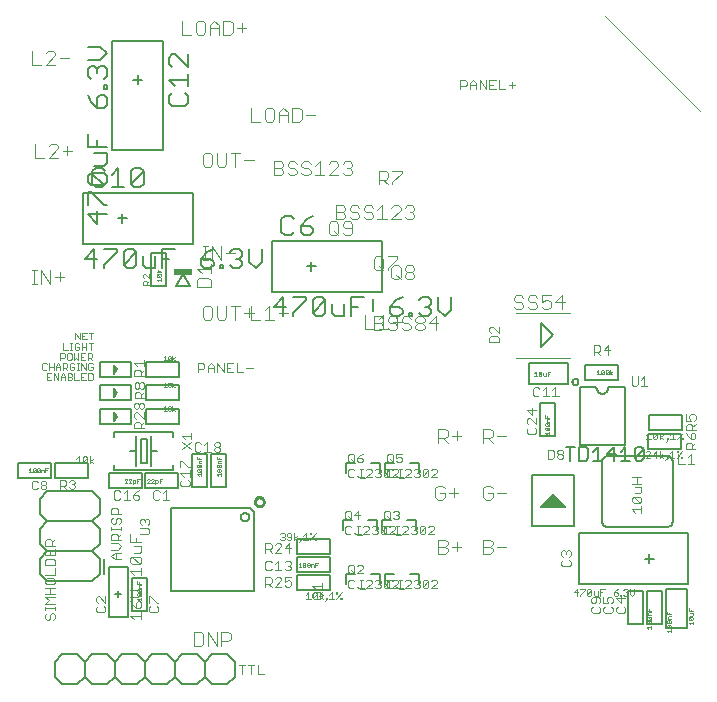
<source format=gto>
G75*
%MOIN*%
%OFA0B0*%
%FSLAX24Y24*%
%IPPOS*%
%LPD*%
%AMOC8*
5,1,8,0,0,1.08239X$1,22.5*
%
%ADD10C,0.0000*%
%ADD11C,0.0080*%
%ADD12C,0.0040*%
%ADD13C,0.0030*%
%ADD14C,0.0100*%
%ADD15C,0.0050*%
%ADD16C,0.0020*%
%ADD17C,0.0060*%
%ADD18C,0.0010*%
%ADD19C,0.0070*%
%ADD20R,0.0620X0.0240*%
D10*
X023368Y020219D02*
X020219Y023368D01*
D11*
X001865Y001864D02*
X001865Y001364D01*
X002115Y001114D01*
X002615Y001114D01*
X002865Y001364D01*
X002865Y001864D01*
X003115Y002114D01*
X003615Y002114D01*
X003865Y001864D01*
X003865Y001364D01*
X003615Y001114D01*
X003115Y001114D01*
X002865Y001364D01*
X002865Y001864D02*
X002615Y002114D01*
X002115Y002114D01*
X001865Y001864D01*
X003865Y001864D02*
X004115Y002114D01*
X004615Y002114D01*
X004865Y001864D01*
X004865Y001364D01*
X004615Y001114D01*
X004115Y001114D01*
X003865Y001364D01*
X004865Y001364D02*
X005115Y001114D01*
X005615Y001114D01*
X005865Y001364D01*
X005865Y001864D01*
X006115Y002114D01*
X006615Y002114D01*
X006865Y001864D01*
X006865Y001364D01*
X006615Y001114D01*
X006115Y001114D01*
X005865Y001364D01*
X005865Y001864D02*
X005615Y002114D01*
X005115Y002114D01*
X004865Y001864D01*
X006865Y001864D02*
X007115Y002114D01*
X007615Y002114D01*
X007865Y001864D01*
X007865Y001364D01*
X007615Y001114D01*
X007115Y001114D01*
X006865Y001364D01*
X003507Y004792D02*
X003507Y005292D01*
X003375Y005292D02*
X003375Y004792D01*
X003125Y004542D01*
X001625Y004542D01*
X001375Y004792D01*
X001375Y005292D01*
X001625Y005542D01*
X003125Y005542D01*
X003375Y005792D01*
X003375Y006292D01*
X003125Y006542D01*
X001625Y006542D01*
X001375Y006792D01*
X001375Y007292D01*
X001625Y007542D01*
X003125Y007542D01*
X003375Y007292D01*
X003375Y006792D01*
X003125Y006542D01*
X003125Y005542D02*
X003375Y005292D01*
X001625Y005542D02*
X001375Y005792D01*
X001375Y006292D01*
X001625Y006542D01*
X005904Y014393D02*
X006376Y014393D01*
X006140Y014787D01*
X005904Y014393D01*
X012483Y013965D02*
X012483Y013551D01*
X018073Y013136D02*
X018073Y012349D01*
X018475Y012742D01*
X018073Y013136D01*
X017777Y008077D02*
X019178Y008077D01*
X019178Y006376D01*
X017777Y006376D01*
X017777Y008077D01*
D12*
X018297Y008623D02*
X018452Y008623D01*
X018503Y008674D01*
X018503Y008881D01*
X018452Y008933D01*
X018297Y008933D01*
X018297Y008623D01*
X018619Y008674D02*
X018619Y008726D01*
X018671Y008778D01*
X018774Y008778D01*
X018826Y008726D01*
X018826Y008674D01*
X018774Y008623D01*
X018671Y008623D01*
X018619Y008674D01*
X018671Y008778D02*
X018619Y008829D01*
X018619Y008881D01*
X018671Y008933D01*
X018774Y008933D01*
X018826Y008881D01*
X018826Y008829D01*
X018774Y008778D01*
X017918Y009501D02*
X017918Y009605D01*
X017867Y009657D01*
X017918Y009772D02*
X017711Y009979D01*
X017660Y009979D01*
X017608Y009927D01*
X017608Y009824D01*
X017660Y009772D01*
X017660Y009657D02*
X017608Y009605D01*
X017608Y009501D01*
X017660Y009450D01*
X017867Y009450D01*
X017918Y009501D01*
X017918Y009772D02*
X017918Y009979D01*
X017763Y010094D02*
X017763Y010301D01*
X017608Y010249D02*
X017763Y010094D01*
X017918Y010249D02*
X017608Y010249D01*
X017865Y010702D02*
X017969Y010702D01*
X018020Y010754D01*
X018136Y010702D02*
X018343Y010702D01*
X018239Y010702D02*
X018239Y011012D01*
X018136Y010909D01*
X018020Y010960D02*
X017969Y011012D01*
X017865Y011012D01*
X017814Y010960D01*
X017814Y010754D01*
X017865Y010702D01*
X018458Y010702D02*
X018665Y010702D01*
X018562Y010702D02*
X018562Y011012D01*
X018458Y010909D01*
X019039Y011992D02*
X017259Y011992D01*
X016672Y012501D02*
X016672Y012656D01*
X016621Y012708D01*
X016414Y012708D01*
X016362Y012656D01*
X016362Y012501D01*
X016672Y012501D01*
X016672Y012824D02*
X016466Y013030D01*
X016414Y013030D01*
X016362Y012979D01*
X016362Y012875D01*
X016414Y012824D01*
X016672Y012824D02*
X016672Y013030D01*
X017259Y013492D02*
X019039Y013492D01*
X018788Y013612D02*
X018788Y014073D01*
X018558Y013843D01*
X018865Y013843D01*
X018405Y013843D02*
X018405Y013689D01*
X018328Y013612D01*
X018175Y013612D01*
X018098Y013689D01*
X018098Y013843D02*
X018251Y013919D01*
X018328Y013919D01*
X018405Y013843D01*
X018405Y014073D02*
X018098Y014073D01*
X018098Y013843D01*
X017944Y013766D02*
X017944Y013689D01*
X017868Y013612D01*
X017714Y013612D01*
X017637Y013689D01*
X017484Y013689D02*
X017407Y013612D01*
X017254Y013612D01*
X017177Y013689D01*
X017254Y013843D02*
X017177Y013919D01*
X017177Y013996D01*
X017254Y014073D01*
X017407Y014073D01*
X017484Y013996D01*
X017637Y013996D02*
X017637Y013919D01*
X017714Y013843D01*
X017868Y013843D01*
X017944Y013766D01*
X017944Y013996D02*
X017868Y014073D01*
X017714Y014073D01*
X017637Y013996D01*
X017407Y013843D02*
X017484Y013766D01*
X017484Y013689D01*
X017407Y013843D02*
X017254Y013843D01*
X014658Y013140D02*
X014352Y013140D01*
X014582Y013370D01*
X014582Y012910D01*
X014198Y012987D02*
X014121Y012910D01*
X013968Y012910D01*
X013891Y012987D01*
X013891Y013063D01*
X013968Y013140D01*
X014121Y013140D01*
X014198Y013063D01*
X014198Y012987D01*
X014121Y013140D02*
X014198Y013217D01*
X014198Y013294D01*
X014121Y013370D01*
X013968Y013370D01*
X013891Y013294D01*
X013891Y013217D01*
X013968Y013140D01*
X013738Y013063D02*
X013738Y012987D01*
X013661Y012910D01*
X013508Y012910D01*
X013431Y012987D01*
X013277Y012987D02*
X013201Y012910D01*
X013047Y012910D01*
X012970Y012987D01*
X012977Y012960D02*
X012670Y012960D01*
X012740Y012910D02*
X012510Y012910D01*
X012510Y013370D01*
X012740Y013370D01*
X012817Y013294D01*
X012817Y013217D01*
X012740Y013140D01*
X012510Y013140D01*
X012517Y012960D02*
X012210Y012960D01*
X012210Y013420D01*
X012670Y013267D02*
X012824Y013420D01*
X012824Y012960D01*
X012817Y012987D02*
X012740Y012910D01*
X012817Y012987D02*
X012817Y013063D01*
X012740Y013140D01*
X012970Y013217D02*
X013047Y013140D01*
X013201Y013140D01*
X013277Y013063D01*
X013277Y012987D01*
X013284Y013037D02*
X013284Y013344D01*
X013277Y013294D02*
X013201Y013370D01*
X013047Y013370D01*
X012970Y013294D01*
X012970Y013217D01*
X013131Y013190D02*
X013438Y013190D01*
X013431Y013217D02*
X013508Y013140D01*
X013661Y013140D01*
X013738Y013063D01*
X013738Y013294D02*
X013661Y013370D01*
X013508Y013370D01*
X013431Y013294D01*
X013431Y013217D01*
X013396Y014610D02*
X013243Y014763D01*
X013319Y014610D02*
X013166Y014610D01*
X013089Y014687D01*
X013089Y014994D01*
X013166Y015070D01*
X013319Y015070D01*
X013396Y014994D01*
X013396Y014687D01*
X013319Y014610D01*
X013550Y014687D02*
X013550Y014763D01*
X013626Y014840D01*
X013780Y014840D01*
X013857Y014763D01*
X013857Y014687D01*
X013780Y014610D01*
X013626Y014610D01*
X013550Y014687D01*
X013626Y014840D02*
X013550Y014917D01*
X013550Y014994D01*
X013626Y015070D01*
X013780Y015070D01*
X013857Y014994D01*
X013857Y014917D01*
X013780Y014840D01*
X013277Y015294D02*
X013277Y015370D01*
X012970Y015370D01*
X012817Y015294D02*
X012817Y014987D01*
X012740Y014910D01*
X012587Y014910D01*
X012510Y014987D01*
X012510Y015294D01*
X012587Y015370D01*
X012740Y015370D01*
X012817Y015294D01*
X012663Y015063D02*
X012817Y014910D01*
X012970Y014910D02*
X012970Y014987D01*
X013277Y015294D01*
X013396Y016610D02*
X013089Y016610D01*
X013396Y016917D01*
X013396Y016994D01*
X013319Y017070D01*
X013166Y017070D01*
X013089Y016994D01*
X012782Y017070D02*
X012782Y016610D01*
X012629Y016610D02*
X012936Y016610D01*
X012629Y016917D02*
X012782Y017070D01*
X012475Y016994D02*
X012399Y017070D01*
X012245Y017070D01*
X012168Y016994D01*
X012168Y016917D01*
X012245Y016840D01*
X012399Y016840D01*
X012475Y016763D01*
X012475Y016687D01*
X012399Y016610D01*
X012245Y016610D01*
X012168Y016687D01*
X012015Y016687D02*
X011938Y016610D01*
X011785Y016610D01*
X011708Y016687D01*
X011703Y016536D02*
X011550Y016536D01*
X011473Y016459D01*
X011473Y016382D01*
X011550Y016306D01*
X011780Y016306D01*
X011780Y016459D02*
X011703Y016536D01*
X011780Y016459D02*
X011780Y016152D01*
X011703Y016075D01*
X011550Y016075D01*
X011473Y016152D01*
X011320Y016152D02*
X011243Y016075D01*
X011090Y016075D01*
X011013Y016152D01*
X011013Y016459D01*
X011090Y016536D01*
X011243Y016536D01*
X011320Y016459D01*
X011320Y016152D01*
X011320Y016075D02*
X011166Y016229D01*
X011248Y016610D02*
X011478Y016610D01*
X011555Y016687D01*
X011555Y016763D01*
X011478Y016840D01*
X011248Y016840D01*
X011478Y016840D02*
X011555Y016917D01*
X011555Y016994D01*
X011478Y017070D01*
X011248Y017070D01*
X011248Y016610D01*
X011708Y016917D02*
X011708Y016994D01*
X011785Y017070D01*
X011938Y017070D01*
X012015Y016994D01*
X011938Y016840D02*
X012015Y016763D01*
X012015Y016687D01*
X011938Y016840D02*
X011785Y016840D01*
X011708Y016917D01*
X012666Y017772D02*
X012666Y018233D01*
X012896Y018233D01*
X012973Y018156D01*
X012973Y018002D01*
X012896Y017926D01*
X012666Y017926D01*
X012819Y017926D02*
X012973Y017772D01*
X013126Y017772D02*
X013126Y017849D01*
X013433Y018156D01*
X013433Y018233D01*
X013126Y018233D01*
X013626Y017070D02*
X013780Y017070D01*
X013857Y016994D01*
X013857Y016917D01*
X013780Y016840D01*
X013857Y016763D01*
X013857Y016687D01*
X013780Y016610D01*
X013626Y016610D01*
X013550Y016687D01*
X013703Y016840D02*
X013780Y016840D01*
X013550Y016994D02*
X013626Y017070D01*
X011780Y018152D02*
X011703Y018075D01*
X011550Y018075D01*
X011473Y018152D01*
X011320Y018075D02*
X011013Y018075D01*
X011320Y018382D01*
X011320Y018459D01*
X011243Y018536D01*
X011090Y018536D01*
X011013Y018459D01*
X010706Y018536D02*
X010706Y018075D01*
X010859Y018075D02*
X010552Y018075D01*
X010399Y018152D02*
X010322Y018075D01*
X010169Y018075D01*
X010092Y018152D01*
X009939Y018152D02*
X009862Y018075D01*
X009708Y018075D01*
X009632Y018152D01*
X009478Y018152D02*
X009401Y018075D01*
X009171Y018075D01*
X009171Y018536D01*
X009401Y018536D01*
X009478Y018459D01*
X009478Y018382D01*
X009401Y018306D01*
X009171Y018306D01*
X009401Y018306D02*
X009478Y018229D01*
X009478Y018152D01*
X009632Y018382D02*
X009708Y018306D01*
X009862Y018306D01*
X009939Y018229D01*
X009939Y018152D01*
X010092Y018382D02*
X010169Y018306D01*
X010322Y018306D01*
X010399Y018229D01*
X010399Y018152D01*
X010552Y018382D02*
X010706Y018536D01*
X010399Y018459D02*
X010322Y018536D01*
X010169Y018536D01*
X010092Y018459D01*
X010092Y018382D01*
X009939Y018459D02*
X009862Y018536D01*
X009708Y018536D01*
X009632Y018459D01*
X009632Y018382D01*
X008498Y018590D02*
X008191Y018590D01*
X008038Y018820D02*
X007731Y018820D01*
X007884Y018820D02*
X007884Y018360D01*
X007577Y018437D02*
X007577Y018820D01*
X007577Y018437D02*
X007501Y018360D01*
X007347Y018360D01*
X007270Y018437D01*
X007270Y018820D01*
X007117Y018744D02*
X007040Y018820D01*
X006887Y018820D01*
X006810Y018744D01*
X006810Y018437D01*
X006887Y018360D01*
X007040Y018360D01*
X007117Y018437D01*
X007117Y018744D01*
X008410Y019860D02*
X008717Y019860D01*
X008870Y019937D02*
X008947Y019860D01*
X009101Y019860D01*
X009177Y019937D01*
X009177Y020244D01*
X009101Y020320D01*
X008947Y020320D01*
X008870Y020244D01*
X008870Y019937D01*
X008410Y019860D02*
X008410Y020320D01*
X009331Y020167D02*
X009331Y019860D01*
X009331Y020090D02*
X009638Y020090D01*
X009638Y020167D02*
X009638Y019860D01*
X009791Y019860D02*
X010021Y019860D01*
X010098Y019937D01*
X010098Y020244D01*
X010021Y020320D01*
X009791Y020320D01*
X009791Y019860D01*
X009638Y020167D02*
X009484Y020320D01*
X009331Y020167D01*
X010252Y020090D02*
X010558Y020090D01*
X011550Y018536D02*
X011473Y018459D01*
X011550Y018536D02*
X011703Y018536D01*
X011780Y018459D01*
X011780Y018382D01*
X011703Y018306D01*
X011780Y018229D01*
X011780Y018152D01*
X011703Y018306D02*
X011627Y018306D01*
X015395Y020936D02*
X015395Y021247D01*
X015550Y021247D01*
X015602Y021195D01*
X015602Y021092D01*
X015550Y021040D01*
X015395Y021040D01*
X015717Y021092D02*
X015924Y021092D01*
X015924Y021143D02*
X015924Y020936D01*
X016040Y020936D02*
X016040Y021247D01*
X016246Y020936D01*
X016246Y021247D01*
X016362Y021247D02*
X016362Y020936D01*
X016569Y020936D01*
X016684Y020936D02*
X016891Y020936D01*
X017006Y021092D02*
X017213Y021092D01*
X017110Y021195D02*
X017110Y020988D01*
X016684Y020936D02*
X016684Y021247D01*
X016569Y021247D02*
X016362Y021247D01*
X016362Y021092D02*
X016465Y021092D01*
X015924Y021143D02*
X015821Y021247D01*
X015717Y021143D01*
X015717Y020936D01*
X009024Y013720D02*
X009024Y013260D01*
X009177Y013260D02*
X008870Y013260D01*
X008717Y013260D02*
X008410Y013260D01*
X008410Y013720D01*
X008345Y013644D02*
X008345Y013337D01*
X008498Y013490D02*
X008191Y013490D01*
X008038Y013720D02*
X007731Y013720D01*
X007884Y013720D02*
X007884Y013260D01*
X007577Y013337D02*
X007577Y013720D01*
X007270Y013720D02*
X007270Y013337D01*
X007347Y013260D01*
X007501Y013260D01*
X007577Y013337D01*
X007117Y013337D02*
X007117Y013644D01*
X007040Y013720D01*
X006887Y013720D01*
X006810Y013644D01*
X006810Y013337D01*
X006887Y013260D01*
X007040Y013260D01*
X007117Y013337D01*
X007070Y014339D02*
X006610Y014339D01*
X006610Y014569D01*
X006686Y014646D01*
X006993Y014646D01*
X007070Y014569D01*
X007070Y014339D01*
X007070Y014800D02*
X007070Y015107D01*
X007070Y014953D02*
X006610Y014953D01*
X006763Y014800D01*
X006810Y015260D02*
X006963Y015260D01*
X006887Y015260D02*
X006887Y015720D01*
X006963Y015720D02*
X006810Y015720D01*
X007117Y015720D02*
X007117Y015260D01*
X007424Y015260D02*
X007424Y015720D01*
X007577Y015490D02*
X007884Y015490D01*
X007424Y015260D02*
X007117Y015720D01*
X009024Y013720D02*
X008870Y013567D01*
X009331Y013490D02*
X009638Y013490D01*
X007935Y011815D02*
X007935Y011505D01*
X008141Y011505D01*
X008257Y011660D02*
X008464Y011660D01*
X007819Y011505D02*
X007612Y011505D01*
X007612Y011815D01*
X007819Y011815D01*
X007716Y011660D02*
X007612Y011660D01*
X007497Y011505D02*
X007497Y011815D01*
X007290Y011815D02*
X007497Y011505D01*
X007290Y011505D02*
X007290Y011815D01*
X007175Y011712D02*
X007071Y011815D01*
X006968Y011712D01*
X006968Y011505D01*
X006968Y011660D02*
X007175Y011660D01*
X007175Y011712D02*
X007175Y011505D01*
X006852Y011660D02*
X006801Y011608D01*
X006645Y011608D01*
X006645Y011505D02*
X006645Y011815D01*
X006801Y011815D01*
X006852Y011763D01*
X006852Y011660D01*
X004836Y011714D02*
X004836Y011921D01*
X004836Y011818D02*
X004526Y011818D01*
X004629Y011714D01*
X004578Y011599D02*
X004681Y011599D01*
X004733Y011547D01*
X004733Y011392D01*
X004836Y011392D02*
X004526Y011392D01*
X004526Y011547D01*
X004578Y011599D01*
X004733Y011495D02*
X004836Y011599D01*
X004797Y011171D02*
X004849Y011119D01*
X004849Y011016D01*
X004797Y010964D01*
X004745Y010964D01*
X004694Y011016D01*
X004694Y011119D01*
X004745Y011171D01*
X004797Y011171D01*
X004694Y011119D02*
X004642Y011171D01*
X004590Y011171D01*
X004538Y011119D01*
X004538Y011016D01*
X004590Y010964D01*
X004642Y010964D01*
X004694Y011016D01*
X004694Y010849D02*
X004745Y010797D01*
X004745Y010642D01*
X004745Y010745D02*
X004849Y010849D01*
X004694Y010849D02*
X004590Y010849D01*
X004538Y010797D01*
X004538Y010642D01*
X004849Y010642D01*
X004785Y010493D02*
X004836Y010442D01*
X004836Y010338D01*
X004785Y010286D01*
X004733Y010286D01*
X004681Y010338D01*
X004681Y010442D01*
X004733Y010493D01*
X004785Y010493D01*
X004681Y010442D02*
X004629Y010493D01*
X004578Y010493D01*
X004526Y010442D01*
X004526Y010338D01*
X004578Y010286D01*
X004629Y010286D01*
X004681Y010338D01*
X004629Y010171D02*
X004578Y010171D01*
X004526Y010119D01*
X004526Y010016D01*
X004578Y009964D01*
X004578Y009849D02*
X004681Y009849D01*
X004733Y009797D01*
X004733Y009642D01*
X004733Y009745D02*
X004836Y009849D01*
X004836Y009964D02*
X004629Y010171D01*
X004836Y010171D02*
X004836Y009964D01*
X004578Y009849D02*
X004526Y009797D01*
X004526Y009642D01*
X004836Y009642D01*
X006110Y009386D02*
X006420Y009386D01*
X006420Y009489D02*
X006420Y009282D01*
X006420Y009167D02*
X006110Y008960D01*
X006110Y009167D02*
X006420Y008960D01*
X006535Y008912D02*
X006535Y009119D01*
X006587Y009170D01*
X006690Y009170D01*
X006742Y009119D01*
X006857Y009067D02*
X006961Y009170D01*
X006961Y008860D01*
X007064Y008860D02*
X006857Y008860D01*
X006742Y008912D02*
X006690Y008860D01*
X006587Y008860D01*
X006535Y008912D01*
X006213Y009282D02*
X006110Y009386D01*
X006111Y008561D02*
X006318Y008355D01*
X006370Y008355D01*
X006370Y008239D02*
X006370Y008032D01*
X006370Y008136D02*
X006060Y008136D01*
X006163Y008032D01*
X006111Y007917D02*
X006060Y007865D01*
X006060Y007762D01*
X006111Y007710D01*
X006318Y007710D01*
X006370Y007762D01*
X006370Y007865D01*
X006318Y007917D01*
X006060Y008355D02*
X006060Y008561D01*
X006111Y008561D01*
X005586Y007570D02*
X005586Y007260D01*
X005689Y007260D02*
X005482Y007260D01*
X005367Y007312D02*
X005315Y007260D01*
X005212Y007260D01*
X005160Y007312D01*
X005160Y007519D01*
X005212Y007570D01*
X005315Y007570D01*
X005367Y007519D01*
X005482Y007467D02*
X005586Y007570D01*
X004695Y007570D02*
X004591Y007519D01*
X004488Y007415D01*
X004643Y007415D01*
X004695Y007363D01*
X004695Y007312D01*
X004643Y007260D01*
X004539Y007260D01*
X004488Y007312D01*
X004488Y007415D01*
X004372Y007260D02*
X004165Y007260D01*
X004269Y007260D02*
X004269Y007570D01*
X004165Y007467D01*
X004050Y007519D02*
X003998Y007570D01*
X003895Y007570D01*
X003843Y007519D01*
X003843Y007312D01*
X003895Y007260D01*
X003998Y007260D01*
X004050Y007312D01*
X003917Y006986D02*
X003969Y006934D01*
X003969Y006779D01*
X004072Y006779D02*
X003762Y006779D01*
X003762Y006934D01*
X003814Y006986D01*
X003917Y006986D01*
X003969Y006664D02*
X004021Y006664D01*
X004072Y006612D01*
X004072Y006509D01*
X004021Y006457D01*
X003917Y006509D02*
X003917Y006612D01*
X003969Y006664D01*
X003814Y006664D02*
X003762Y006612D01*
X003762Y006509D01*
X003814Y006457D01*
X003866Y006457D01*
X003917Y006509D01*
X003762Y006346D02*
X003762Y006242D01*
X003762Y006294D02*
X004072Y006294D01*
X004072Y006242D02*
X004072Y006346D01*
X004072Y006127D02*
X003969Y006023D01*
X003969Y006075D02*
X003969Y005920D01*
X004072Y005920D02*
X003762Y005920D01*
X003762Y006075D01*
X003814Y006127D01*
X003917Y006127D01*
X003969Y006075D01*
X003969Y005804D02*
X003762Y005804D01*
X003762Y005598D02*
X003969Y005598D01*
X004072Y005701D01*
X003969Y005804D01*
X003917Y005482D02*
X003917Y005275D01*
X003866Y005275D02*
X003762Y005379D01*
X003866Y005482D01*
X004072Y005482D01*
X004072Y005275D02*
X003866Y005275D01*
X004718Y006100D02*
X004977Y006100D01*
X005029Y006152D01*
X005029Y006255D01*
X004977Y006307D01*
X004718Y006307D01*
X004770Y006422D02*
X004718Y006474D01*
X004718Y006578D01*
X004770Y006629D01*
X004822Y006629D01*
X004874Y006578D01*
X004925Y006629D01*
X004977Y006629D01*
X005029Y006578D01*
X005029Y006474D01*
X004977Y006422D01*
X004874Y006526D02*
X004874Y006578D01*
X005010Y004039D02*
X005061Y004039D01*
X005268Y003832D01*
X005320Y003832D01*
X005268Y003717D02*
X005320Y003665D01*
X005320Y003562D01*
X005268Y003510D01*
X005061Y003510D01*
X005010Y003562D01*
X005010Y003665D01*
X005061Y003717D01*
X005010Y003832D02*
X005010Y004039D01*
X003561Y004034D02*
X003561Y003827D01*
X003354Y004034D01*
X003303Y004034D01*
X003251Y003982D01*
X003251Y003879D01*
X003303Y003827D01*
X003303Y003712D02*
X003251Y003660D01*
X003251Y003557D01*
X003303Y003505D01*
X003509Y003505D01*
X003561Y003557D01*
X003561Y003660D01*
X003509Y003712D01*
X001870Y003686D02*
X001870Y003582D01*
X001870Y003634D02*
X001560Y003634D01*
X001560Y003582D02*
X001560Y003686D01*
X001560Y003797D02*
X001663Y003901D01*
X001560Y004004D01*
X001870Y004004D01*
X001870Y004119D02*
X001560Y004119D01*
X001715Y004119D02*
X001715Y004326D01*
X001560Y004326D02*
X001870Y004326D01*
X001818Y004442D02*
X001870Y004493D01*
X001870Y004597D01*
X001818Y004649D01*
X001611Y004649D01*
X001560Y004597D01*
X001560Y004493D01*
X001611Y004442D01*
X001818Y004442D01*
X001870Y004764D02*
X001560Y004764D01*
X001870Y004764D02*
X001870Y004971D01*
X001870Y005086D02*
X001870Y005241D01*
X001818Y005293D01*
X001611Y005293D01*
X001560Y005241D01*
X001560Y005086D01*
X001870Y005086D01*
X001870Y005408D02*
X001560Y005408D01*
X001560Y005615D01*
X001560Y005731D02*
X001560Y005886D01*
X001611Y005938D01*
X001715Y005938D01*
X001767Y005886D01*
X001767Y005731D01*
X001870Y005731D02*
X001560Y005731D01*
X001767Y005834D02*
X001870Y005938D01*
X001870Y005615D02*
X001870Y005408D01*
X001715Y005408D02*
X001715Y005512D01*
X001870Y003797D02*
X001560Y003797D01*
X001611Y003467D02*
X001560Y003415D01*
X001560Y003312D01*
X001611Y003260D01*
X001663Y003260D01*
X001715Y003312D01*
X001715Y003415D01*
X001767Y003467D01*
X001818Y003467D01*
X001870Y003415D01*
X001870Y003312D01*
X001818Y003260D01*
X001545Y007610D02*
X001451Y007610D01*
X001405Y007657D01*
X001405Y007703D01*
X001451Y007750D01*
X001545Y007750D01*
X001591Y007703D01*
X001591Y007657D01*
X001545Y007610D01*
X001545Y007750D02*
X001591Y007797D01*
X001591Y007844D01*
X001545Y007890D01*
X001451Y007890D01*
X001405Y007844D01*
X001405Y007797D01*
X001451Y007750D01*
X001297Y007657D02*
X001250Y007610D01*
X001157Y007610D01*
X001110Y007657D01*
X001110Y007844D01*
X001157Y007890D01*
X001250Y007890D01*
X001297Y007844D01*
X002056Y007907D02*
X002056Y007627D01*
X002056Y007721D02*
X002196Y007721D01*
X002242Y007767D01*
X002242Y007861D01*
X002196Y007907D01*
X002056Y007907D01*
X002149Y007721D02*
X002242Y007627D01*
X002350Y007674D02*
X002397Y007627D01*
X002490Y007627D01*
X002537Y007674D01*
X002537Y007721D01*
X002490Y007767D01*
X002444Y007767D01*
X002490Y007767D02*
X002537Y007814D01*
X002537Y007861D01*
X002490Y007907D01*
X002397Y007907D01*
X002350Y007861D01*
X007180Y008912D02*
X007180Y008963D01*
X007231Y009015D01*
X007335Y009015D01*
X007386Y008963D01*
X007386Y008912D01*
X007335Y008860D01*
X007231Y008860D01*
X007180Y008912D01*
X007231Y009015D02*
X007180Y009067D01*
X007180Y009119D01*
X007231Y009170D01*
X007335Y009170D01*
X007386Y009119D01*
X007386Y009067D01*
X007335Y009015D01*
X008895Y005808D02*
X009050Y005808D01*
X009102Y005757D01*
X009102Y005653D01*
X009050Y005602D01*
X008895Y005602D01*
X008999Y005602D02*
X009102Y005498D01*
X009218Y005498D02*
X009424Y005705D01*
X009424Y005757D01*
X009373Y005808D01*
X009269Y005808D01*
X009218Y005757D01*
X009218Y005498D02*
X009424Y005498D01*
X009540Y005653D02*
X009747Y005653D01*
X009695Y005498D02*
X009695Y005808D01*
X009540Y005653D01*
X009589Y005220D02*
X009693Y005220D01*
X009745Y005169D01*
X009745Y005117D01*
X009693Y005065D01*
X009745Y005013D01*
X009745Y004962D01*
X009693Y004910D01*
X009589Y004910D01*
X009538Y004962D01*
X009422Y004910D02*
X009215Y004910D01*
X009319Y004910D02*
X009319Y005220D01*
X009215Y005117D01*
X009100Y005169D02*
X009048Y005220D01*
X008945Y005220D01*
X008893Y005169D01*
X008893Y004962D01*
X008945Y004910D01*
X009048Y004910D01*
X009100Y004962D01*
X009044Y004671D02*
X008889Y004671D01*
X008889Y004361D01*
X008889Y004464D02*
X009044Y004464D01*
X009096Y004516D01*
X009096Y004620D01*
X009044Y004671D01*
X009211Y004620D02*
X009263Y004671D01*
X009366Y004671D01*
X009418Y004620D01*
X009418Y004568D01*
X009211Y004361D01*
X009418Y004361D01*
X009534Y004413D02*
X009585Y004361D01*
X009689Y004361D01*
X009740Y004413D01*
X009740Y004516D01*
X009689Y004568D01*
X009637Y004568D01*
X009534Y004516D01*
X009534Y004671D01*
X009740Y004671D01*
X009693Y005065D02*
X009641Y005065D01*
X009538Y005169D02*
X009589Y005220D01*
X008895Y005498D02*
X008895Y005808D01*
X008992Y004464D02*
X009096Y004361D01*
X010460Y004386D02*
X010770Y004386D01*
X010770Y004489D02*
X010770Y004282D01*
X010770Y004167D02*
X010667Y004063D01*
X010770Y004012D02*
X010718Y003960D01*
X010511Y003960D01*
X010460Y004012D01*
X010460Y004115D01*
X010511Y004167D01*
X010718Y004167D01*
X010770Y004115D01*
X010770Y004012D01*
X010563Y004282D02*
X010460Y004386D01*
X008641Y001760D02*
X008641Y001450D01*
X008848Y001450D01*
X008525Y001760D02*
X008319Y001760D01*
X008422Y001760D02*
X008422Y001450D01*
X008100Y001450D02*
X008100Y001760D01*
X008203Y001760D02*
X007996Y001760D01*
X007425Y002384D02*
X007425Y002844D01*
X007655Y002844D01*
X007732Y002767D01*
X007732Y002614D01*
X007655Y002537D01*
X007425Y002537D01*
X007271Y002384D02*
X007271Y002844D01*
X006964Y002844D02*
X007271Y002384D01*
X006964Y002384D02*
X006964Y002844D01*
X006811Y002767D02*
X006734Y002844D01*
X006504Y002844D01*
X006504Y002384D01*
X006734Y002384D01*
X006811Y002460D01*
X006811Y002767D01*
X014560Y007337D02*
X014637Y007260D01*
X014790Y007260D01*
X014867Y007337D01*
X014867Y007490D01*
X014713Y007490D01*
X014560Y007337D02*
X014560Y007644D01*
X014637Y007720D01*
X014790Y007720D01*
X014867Y007644D01*
X015020Y007490D02*
X015327Y007490D01*
X015174Y007337D02*
X015174Y007644D01*
X016160Y007644D02*
X016160Y007337D01*
X016237Y007260D01*
X016390Y007260D01*
X016467Y007337D01*
X016467Y007490D01*
X016313Y007490D01*
X016160Y007644D02*
X016237Y007720D01*
X016390Y007720D01*
X016467Y007644D01*
X016620Y007490D02*
X016927Y007490D01*
X016390Y005920D02*
X016160Y005920D01*
X016160Y005460D01*
X016390Y005460D01*
X016467Y005537D01*
X016467Y005613D01*
X016390Y005690D01*
X016160Y005690D01*
X016390Y005690D02*
X016467Y005767D01*
X016467Y005844D01*
X016390Y005920D01*
X016620Y005690D02*
X016927Y005690D01*
X015427Y005690D02*
X015120Y005690D01*
X014967Y005613D02*
X014967Y005537D01*
X014890Y005460D01*
X014660Y005460D01*
X014660Y005920D01*
X014890Y005920D01*
X014967Y005844D01*
X014967Y005767D01*
X014890Y005690D01*
X014660Y005690D01*
X014890Y005690D02*
X014967Y005613D01*
X015274Y005537D02*
X015274Y005844D01*
X014967Y009160D02*
X014813Y009313D01*
X014890Y009313D02*
X014660Y009313D01*
X014660Y009160D02*
X014660Y009620D01*
X014890Y009620D01*
X014967Y009544D01*
X014967Y009390D01*
X014890Y009313D01*
X015120Y009390D02*
X015427Y009390D01*
X015274Y009237D02*
X015274Y009544D01*
X016160Y009620D02*
X016160Y009160D01*
X016160Y009313D02*
X016390Y009313D01*
X016467Y009390D01*
X016467Y009544D01*
X016390Y009620D01*
X016160Y009620D01*
X016313Y009313D02*
X016467Y009160D01*
X016620Y009390D02*
X016927Y009390D01*
X019852Y012090D02*
X019852Y012401D01*
X020007Y012401D01*
X020059Y012349D01*
X020059Y012245D01*
X020007Y012194D01*
X019852Y012194D01*
X019955Y012194D02*
X020059Y012090D01*
X020174Y012245D02*
X020381Y012245D01*
X020329Y012090D02*
X020329Y012401D01*
X020174Y012245D01*
X021096Y011370D02*
X021096Y011111D01*
X021148Y011060D01*
X021251Y011060D01*
X021303Y011111D01*
X021303Y011370D01*
X021418Y011266D02*
X021522Y011370D01*
X021522Y011060D01*
X021625Y011060D02*
X021418Y011060D01*
X022920Y010100D02*
X022920Y009893D01*
X023075Y009893D01*
X023023Y009997D01*
X023023Y010048D01*
X023075Y010100D01*
X023179Y010100D01*
X023230Y010048D01*
X023230Y009945D01*
X023179Y009893D01*
X023230Y009778D02*
X023127Y009674D01*
X023127Y009726D02*
X023127Y009571D01*
X023122Y009487D02*
X023070Y009435D01*
X023070Y009280D01*
X023174Y009280D01*
X023226Y009332D01*
X023226Y009435D01*
X023174Y009487D01*
X023122Y009487D01*
X023230Y009571D02*
X022920Y009571D01*
X022920Y009726D01*
X022972Y009778D01*
X023075Y009778D01*
X023127Y009726D01*
X022915Y009487D02*
X022967Y009383D01*
X023070Y009280D01*
X023070Y009164D02*
X023122Y009113D01*
X023122Y008958D01*
X023122Y009061D02*
X023226Y009164D01*
X023070Y009164D02*
X022967Y009164D01*
X022915Y009113D01*
X022915Y008958D01*
X023226Y008958D01*
X023083Y008774D02*
X023083Y008464D01*
X022980Y008464D02*
X023187Y008464D01*
X022980Y008671D02*
X023083Y008774D01*
X022864Y008464D02*
X022658Y008464D01*
X022658Y008774D01*
X021429Y008005D02*
X021119Y008005D01*
X021274Y008005D02*
X021274Y007798D01*
X021222Y007682D02*
X021429Y007682D01*
X021429Y007527D01*
X021377Y007475D01*
X021222Y007475D01*
X021170Y007360D02*
X021377Y007360D01*
X021429Y007308D01*
X021429Y007205D01*
X021377Y007153D01*
X021170Y007360D01*
X021119Y007308D01*
X021119Y007205D01*
X021170Y007153D01*
X021377Y007153D01*
X021429Y007038D02*
X021429Y006831D01*
X021429Y006934D02*
X021119Y006934D01*
X021222Y006831D01*
X021119Y007798D02*
X021429Y007798D01*
X019068Y005518D02*
X019068Y005414D01*
X019017Y005363D01*
X019017Y005247D02*
X019068Y005196D01*
X019068Y005092D01*
X019017Y005041D01*
X018810Y005041D01*
X018758Y005092D01*
X018758Y005196D01*
X018810Y005247D01*
X018810Y005363D02*
X018758Y005414D01*
X018758Y005518D01*
X018810Y005570D01*
X018862Y005570D01*
X018913Y005518D01*
X018965Y005570D01*
X019017Y005570D01*
X019068Y005518D01*
X018913Y005518D02*
X018913Y005466D01*
X019802Y004015D02*
X019751Y003963D01*
X019751Y003860D01*
X019802Y003808D01*
X019854Y003808D01*
X019906Y003860D01*
X019906Y004015D01*
X020009Y004015D02*
X019802Y004015D01*
X020009Y004015D02*
X020061Y003963D01*
X020061Y003860D01*
X020009Y003808D01*
X020009Y003693D02*
X020061Y003641D01*
X020061Y003538D01*
X020009Y003486D01*
X019802Y003486D01*
X019751Y003538D01*
X019751Y003641D01*
X019802Y003693D01*
X020162Y003641D02*
X020162Y003538D01*
X020214Y003486D01*
X020421Y003486D01*
X020473Y003538D01*
X020473Y003641D01*
X020421Y003693D01*
X020421Y003808D02*
X020473Y003860D01*
X020473Y003963D01*
X020421Y004015D01*
X020318Y004015D01*
X020266Y003963D01*
X020266Y003912D01*
X020318Y003808D01*
X020162Y003808D01*
X020162Y004015D01*
X020214Y003693D02*
X020162Y003641D01*
X020578Y003646D02*
X020578Y003542D01*
X020630Y003491D01*
X020836Y003491D01*
X020888Y003542D01*
X020888Y003646D01*
X020836Y003697D01*
X020733Y003813D02*
X020578Y003968D01*
X020888Y003968D01*
X020733Y004020D02*
X020733Y003813D01*
X020630Y003697D02*
X020578Y003646D01*
X002438Y018890D02*
X002131Y018890D01*
X001977Y018967D02*
X001977Y019044D01*
X001901Y019120D01*
X001747Y019120D01*
X001670Y019044D01*
X001977Y018967D02*
X001670Y018660D01*
X001977Y018660D01*
X002284Y018737D02*
X002284Y019044D01*
X001517Y018660D02*
X001210Y018660D01*
X001210Y019120D01*
X001110Y021760D02*
X001417Y021760D01*
X001570Y021760D02*
X001877Y022067D01*
X001877Y022144D01*
X001801Y022220D01*
X001647Y022220D01*
X001570Y022144D01*
X001570Y021760D02*
X001877Y021760D01*
X002031Y021990D02*
X002338Y021990D01*
X001110Y022220D02*
X001110Y021760D01*
X006110Y022760D02*
X006417Y022760D01*
X006570Y022837D02*
X006647Y022760D01*
X006801Y022760D01*
X006877Y022837D01*
X006877Y023144D01*
X006801Y023220D01*
X006647Y023220D01*
X006570Y023144D01*
X006570Y022837D01*
X006110Y022760D02*
X006110Y023220D01*
X007031Y023067D02*
X007031Y022760D01*
X007031Y022990D02*
X007338Y022990D01*
X007338Y023067D02*
X007184Y023220D01*
X007031Y023067D01*
X007338Y023067D02*
X007338Y022760D01*
X007491Y022760D02*
X007721Y022760D01*
X007798Y022837D01*
X007798Y023144D01*
X007721Y023220D01*
X007491Y023220D01*
X007491Y022760D01*
X007952Y022990D02*
X008258Y022990D01*
X008105Y022837D02*
X008105Y023144D01*
X002031Y014844D02*
X002031Y014537D01*
X002184Y014690D02*
X001877Y014690D01*
X001724Y014460D02*
X001417Y014920D01*
X001417Y014460D01*
X001263Y014460D02*
X001110Y014460D01*
X001187Y014460D02*
X001187Y014920D01*
X001263Y014920D02*
X001110Y014920D01*
X001724Y014920D02*
X001724Y014460D01*
D13*
X002555Y012825D02*
X002702Y012605D01*
X002702Y012825D01*
X002785Y012825D02*
X002785Y012605D01*
X002932Y012605D01*
X002916Y012475D02*
X002916Y012255D01*
X002916Y012365D02*
X002769Y012365D01*
X002685Y012365D02*
X002612Y012365D01*
X002685Y012365D02*
X002685Y012292D01*
X002649Y012255D01*
X002575Y012255D01*
X002539Y012292D01*
X002539Y012438D01*
X002575Y012475D01*
X002649Y012475D01*
X002685Y012438D01*
X002769Y012475D02*
X002769Y012255D01*
X002746Y012141D02*
X002746Y011921D01*
X002892Y011921D01*
X002976Y011921D02*
X002976Y012141D01*
X003086Y012141D01*
X003123Y012105D01*
X003123Y012031D01*
X003086Y011995D01*
X002976Y011995D01*
X003049Y011995D02*
X003123Y011921D01*
X003100Y011804D02*
X003026Y011804D01*
X002990Y011767D01*
X002990Y011620D01*
X003026Y011584D01*
X003100Y011584D01*
X003136Y011620D01*
X003136Y011694D01*
X003063Y011694D01*
X003136Y011767D02*
X003100Y011804D01*
X002906Y011804D02*
X002906Y011584D01*
X002759Y011804D01*
X002759Y011584D01*
X002679Y011584D02*
X002606Y011584D01*
X002643Y011584D02*
X002643Y011804D01*
X002679Y011804D02*
X002606Y011804D01*
X002523Y011767D02*
X002486Y011804D01*
X002412Y011804D01*
X002376Y011767D01*
X002376Y011620D01*
X002412Y011584D01*
X002486Y011584D01*
X002523Y011620D01*
X002523Y011694D01*
X002449Y011694D01*
X002292Y011694D02*
X002292Y011767D01*
X002256Y011804D01*
X002146Y011804D01*
X002146Y011584D01*
X002146Y011657D02*
X002256Y011657D01*
X002292Y011694D01*
X002219Y011657D02*
X002292Y011584D01*
X002296Y011467D02*
X002406Y011467D01*
X002442Y011430D01*
X002442Y011393D01*
X002406Y011356D01*
X002296Y011356D01*
X002212Y011356D02*
X002065Y011356D01*
X002065Y011393D02*
X002139Y011467D01*
X002212Y011393D01*
X002212Y011246D01*
X002296Y011246D02*
X002406Y011246D01*
X002442Y011283D01*
X002442Y011320D01*
X002406Y011356D01*
X002296Y011246D02*
X002296Y011467D01*
X002526Y011467D02*
X002526Y011246D01*
X002673Y011246D01*
X002756Y011246D02*
X002903Y011246D01*
X002986Y011246D02*
X003096Y011246D01*
X003133Y011283D01*
X003133Y011430D01*
X003096Y011467D01*
X002986Y011467D01*
X002986Y011246D01*
X002829Y011356D02*
X002756Y011356D01*
X002756Y011246D02*
X002756Y011467D01*
X002903Y011467D01*
X002662Y011921D02*
X002589Y011995D01*
X002515Y011921D01*
X002515Y012141D01*
X002432Y012105D02*
X002395Y012141D01*
X002322Y012141D01*
X002285Y012105D01*
X002285Y011958D01*
X002322Y011921D01*
X002395Y011921D01*
X002432Y011958D01*
X002432Y012105D01*
X002422Y012255D02*
X002422Y012475D01*
X002385Y012475D02*
X002459Y012475D01*
X002555Y012605D02*
X002555Y012825D01*
X002785Y012825D02*
X002932Y012825D01*
X003015Y012825D02*
X003162Y012825D01*
X003089Y012825D02*
X003089Y012605D01*
X003072Y012475D02*
X003072Y012255D01*
X002892Y012141D02*
X002746Y012141D01*
X002662Y012141D02*
X002662Y011921D01*
X002746Y012031D02*
X002819Y012031D01*
X002459Y012255D02*
X002385Y012255D01*
X002302Y012255D02*
X002155Y012255D01*
X002155Y012475D01*
X002165Y012141D02*
X002055Y012141D01*
X002055Y011921D01*
X002055Y011995D02*
X002165Y011995D01*
X002202Y012031D01*
X002202Y012105D01*
X002165Y012141D01*
X001989Y011804D02*
X002062Y011731D01*
X002062Y011584D01*
X002062Y011694D02*
X001915Y011694D01*
X001915Y011731D02*
X001989Y011804D01*
X001915Y011731D02*
X001915Y011584D01*
X001832Y011584D02*
X001832Y011804D01*
X001832Y011694D02*
X001685Y011694D01*
X001685Y011584D02*
X001685Y011804D01*
X001602Y011767D02*
X001565Y011804D01*
X001492Y011804D01*
X001455Y011767D01*
X001455Y011620D01*
X001492Y011584D01*
X001565Y011584D01*
X001602Y011620D01*
X001605Y011467D02*
X001605Y011246D01*
X001752Y011246D01*
X001835Y011246D02*
X001835Y011467D01*
X001982Y011246D01*
X001982Y011467D01*
X002065Y011393D02*
X002065Y011246D01*
X001752Y011467D02*
X001605Y011467D01*
X001605Y011356D02*
X001678Y011356D01*
X002999Y012475D02*
X003146Y012475D01*
X002859Y012715D02*
X002785Y012715D01*
X004805Y014405D02*
X004805Y014515D01*
X004842Y014552D01*
X004915Y014552D01*
X004952Y014515D01*
X004952Y014405D01*
X005025Y014405D02*
X004805Y014405D01*
X004952Y014478D02*
X005025Y014552D01*
X005025Y014635D02*
X004878Y014782D01*
X004842Y014782D01*
X004805Y014745D01*
X004805Y014672D01*
X004842Y014635D01*
X005025Y014635D02*
X005025Y014782D01*
X011655Y008747D02*
X011655Y008553D01*
X011703Y008505D01*
X011800Y008505D01*
X011848Y008553D01*
X011848Y008747D01*
X011800Y008795D01*
X011703Y008795D01*
X011655Y008747D01*
X011752Y008602D02*
X011848Y008505D01*
X011950Y008553D02*
X011998Y008505D01*
X012095Y008505D01*
X012143Y008553D01*
X012143Y008602D01*
X012095Y008650D01*
X011950Y008650D01*
X011950Y008553D01*
X011950Y008650D02*
X012046Y008747D01*
X012143Y008795D01*
X012143Y008295D02*
X012046Y008295D01*
X012095Y008295D02*
X012095Y008053D01*
X012046Y008005D01*
X011998Y008005D01*
X011950Y008053D01*
X011848Y008053D02*
X011800Y008005D01*
X011703Y008005D01*
X011655Y008053D01*
X011655Y008247D01*
X011703Y008295D01*
X011800Y008295D01*
X011848Y008247D01*
X012244Y008247D02*
X012293Y008295D01*
X012389Y008295D01*
X012438Y008247D01*
X012438Y008198D01*
X012244Y008005D01*
X012438Y008005D01*
X012539Y008053D02*
X012587Y008005D01*
X012684Y008005D01*
X012732Y008053D01*
X012732Y008102D01*
X012684Y008150D01*
X012636Y008150D01*
X012684Y008150D02*
X012732Y008198D01*
X012732Y008247D01*
X012684Y008295D01*
X012587Y008295D01*
X012539Y008247D01*
X012834Y008247D02*
X012834Y008053D01*
X013027Y008247D01*
X013027Y008053D01*
X012979Y008005D01*
X012882Y008005D01*
X012834Y008053D01*
X012955Y008053D02*
X012955Y008247D01*
X013003Y008295D01*
X013100Y008295D01*
X013148Y008247D01*
X013128Y008247D02*
X013177Y008295D01*
X013273Y008295D01*
X013322Y008247D01*
X013322Y008198D01*
X013128Y008005D01*
X013322Y008005D01*
X013298Y008005D02*
X013346Y008005D01*
X013395Y008053D01*
X013395Y008295D01*
X013443Y008295D02*
X013346Y008295D01*
X013544Y008247D02*
X013593Y008295D01*
X013689Y008295D01*
X013738Y008247D01*
X013738Y008198D01*
X013544Y008005D01*
X013738Y008005D01*
X013839Y008053D02*
X013887Y008005D01*
X013984Y008005D01*
X014032Y008053D01*
X014032Y008102D01*
X013984Y008150D01*
X013936Y008150D01*
X013984Y008150D02*
X014032Y008198D01*
X014032Y008247D01*
X013984Y008295D01*
X013887Y008295D01*
X013839Y008247D01*
X013443Y008553D02*
X013395Y008505D01*
X013298Y008505D01*
X013250Y008553D01*
X013250Y008650D02*
X013346Y008698D01*
X013395Y008698D01*
X013443Y008650D01*
X013443Y008553D01*
X013250Y008650D02*
X013250Y008795D01*
X013443Y008795D01*
X013148Y008747D02*
X013148Y008553D01*
X013100Y008505D01*
X013003Y008505D01*
X012955Y008553D01*
X012955Y008747D01*
X013003Y008795D01*
X013100Y008795D01*
X013148Y008747D01*
X013052Y008602D02*
X013148Y008505D01*
X012979Y008295D02*
X012882Y008295D01*
X012834Y008247D01*
X012979Y008295D02*
X013027Y008247D01*
X012955Y008053D02*
X013003Y008005D01*
X013100Y008005D01*
X013148Y008053D01*
X013250Y008053D02*
X013298Y008005D01*
X014134Y008053D02*
X014327Y008247D01*
X014327Y008053D01*
X014279Y008005D01*
X014182Y008005D01*
X014134Y008053D01*
X014134Y008247D01*
X014182Y008295D01*
X014279Y008295D01*
X014327Y008247D01*
X014428Y008247D02*
X014477Y008295D01*
X014573Y008295D01*
X014622Y008247D01*
X014622Y008198D01*
X014428Y008005D01*
X014622Y008005D01*
X013343Y006847D02*
X013343Y006798D01*
X013295Y006750D01*
X013343Y006702D01*
X013343Y006653D01*
X013295Y006605D01*
X013198Y006605D01*
X013150Y006653D01*
X013048Y006653D02*
X013000Y006605D01*
X012903Y006605D01*
X012855Y006653D01*
X012855Y006847D01*
X012903Y006895D01*
X013000Y006895D01*
X013048Y006847D01*
X013048Y006653D01*
X013048Y006605D02*
X012952Y006702D01*
X013150Y006847D02*
X013198Y006895D01*
X013295Y006895D01*
X013343Y006847D01*
X013295Y006750D02*
X013246Y006750D01*
X013246Y006395D02*
X013343Y006395D01*
X013295Y006395D02*
X013295Y006153D01*
X013246Y006105D01*
X013198Y006105D01*
X013150Y006153D01*
X013222Y006105D02*
X013028Y006105D01*
X013222Y006298D01*
X013222Y006347D01*
X013173Y006395D01*
X013077Y006395D01*
X013028Y006347D01*
X013048Y006347D02*
X013000Y006395D01*
X012903Y006395D01*
X012855Y006347D01*
X012855Y006153D01*
X012903Y006105D01*
X013000Y006105D01*
X013048Y006153D01*
X012927Y006153D02*
X012879Y006105D01*
X012782Y006105D01*
X012734Y006153D01*
X012927Y006347D01*
X012927Y006153D01*
X012734Y006153D02*
X012734Y006347D01*
X012782Y006395D01*
X012879Y006395D01*
X012927Y006347D01*
X012632Y006347D02*
X012584Y006395D01*
X012487Y006395D01*
X012439Y006347D01*
X012338Y006347D02*
X012289Y006395D01*
X012193Y006395D01*
X012144Y006347D01*
X012043Y006395D02*
X011946Y006395D01*
X011995Y006395D02*
X011995Y006153D01*
X011946Y006105D01*
X011898Y006105D01*
X011850Y006153D01*
X011748Y006153D02*
X011700Y006105D01*
X011603Y006105D01*
X011555Y006153D01*
X011555Y006347D01*
X011603Y006395D01*
X011700Y006395D01*
X011748Y006347D01*
X011748Y006605D02*
X011652Y006702D01*
X011748Y006653D02*
X011700Y006605D01*
X011603Y006605D01*
X011555Y006653D01*
X011555Y006847D01*
X011603Y006895D01*
X011700Y006895D01*
X011748Y006847D01*
X011748Y006653D01*
X011850Y006750D02*
X011995Y006895D01*
X011995Y006605D01*
X012043Y006750D02*
X011850Y006750D01*
X012338Y006347D02*
X012338Y006298D01*
X012144Y006105D01*
X012338Y006105D01*
X012439Y006153D02*
X012487Y006105D01*
X012584Y006105D01*
X012632Y006153D01*
X012632Y006202D01*
X012584Y006250D01*
X012536Y006250D01*
X012584Y006250D02*
X012632Y006298D01*
X012632Y006347D01*
X013444Y006347D02*
X013493Y006395D01*
X013589Y006395D01*
X013638Y006347D01*
X013638Y006298D01*
X013444Y006105D01*
X013638Y006105D01*
X013739Y006153D02*
X013787Y006105D01*
X013884Y006105D01*
X013932Y006153D01*
X013932Y006202D01*
X013884Y006250D01*
X013836Y006250D01*
X013884Y006250D02*
X013932Y006298D01*
X013932Y006347D01*
X013884Y006395D01*
X013787Y006395D01*
X013739Y006347D01*
X014034Y006347D02*
X014082Y006395D01*
X014179Y006395D01*
X014227Y006347D01*
X014034Y006153D01*
X014082Y006105D01*
X014179Y006105D01*
X014227Y006153D01*
X014227Y006347D01*
X014328Y006347D02*
X014377Y006395D01*
X014473Y006395D01*
X014522Y006347D01*
X014522Y006298D01*
X014328Y006105D01*
X014522Y006105D01*
X014034Y006153D02*
X014034Y006347D01*
X013984Y004595D02*
X013887Y004595D01*
X013839Y004547D01*
X013738Y004547D02*
X013689Y004595D01*
X013593Y004595D01*
X013544Y004547D01*
X013443Y004595D02*
X013346Y004595D01*
X013395Y004595D02*
X013395Y004353D01*
X013346Y004305D01*
X013298Y004305D01*
X013250Y004353D01*
X013322Y004305D02*
X013128Y004305D01*
X013322Y004498D01*
X013322Y004547D01*
X013273Y004595D01*
X013177Y004595D01*
X013128Y004547D01*
X013148Y004547D02*
X013100Y004595D01*
X013003Y004595D01*
X012955Y004547D01*
X012955Y004353D01*
X013003Y004305D01*
X013100Y004305D01*
X013148Y004353D01*
X013027Y004353D02*
X012979Y004305D01*
X012882Y004305D01*
X012834Y004353D01*
X013027Y004547D01*
X013027Y004353D01*
X012834Y004353D02*
X012834Y004547D01*
X012882Y004595D01*
X012979Y004595D01*
X013027Y004547D01*
X012732Y004547D02*
X012732Y004498D01*
X012684Y004450D01*
X012732Y004402D01*
X012732Y004353D01*
X012684Y004305D01*
X012587Y004305D01*
X012539Y004353D01*
X012438Y004305D02*
X012244Y004305D01*
X012438Y004498D01*
X012438Y004547D01*
X012389Y004595D01*
X012293Y004595D01*
X012244Y004547D01*
X012143Y004595D02*
X012046Y004595D01*
X012095Y004595D02*
X012095Y004353D01*
X012046Y004305D01*
X011998Y004305D01*
X011950Y004353D01*
X011848Y004353D02*
X011800Y004305D01*
X011703Y004305D01*
X011655Y004353D01*
X011655Y004547D01*
X011703Y004595D01*
X011800Y004595D01*
X011848Y004547D01*
X011848Y004805D02*
X011752Y004902D01*
X011848Y004853D02*
X011848Y005047D01*
X011800Y005095D01*
X011703Y005095D01*
X011655Y005047D01*
X011655Y004853D01*
X011703Y004805D01*
X011800Y004805D01*
X011848Y004853D01*
X011950Y004805D02*
X012143Y004998D01*
X012143Y005047D01*
X012095Y005095D01*
X011998Y005095D01*
X011950Y005047D01*
X011950Y004805D02*
X012143Y004805D01*
X012539Y004547D02*
X012587Y004595D01*
X012684Y004595D01*
X012732Y004547D01*
X012684Y004450D02*
X012636Y004450D01*
X013544Y004305D02*
X013738Y004498D01*
X013738Y004547D01*
X013839Y004353D02*
X013887Y004305D01*
X013984Y004305D01*
X014032Y004353D01*
X014032Y004402D01*
X013984Y004450D01*
X013936Y004450D01*
X013984Y004450D02*
X014032Y004498D01*
X014032Y004547D01*
X013984Y004595D01*
X014134Y004547D02*
X014134Y004353D01*
X014327Y004547D01*
X014327Y004353D01*
X014279Y004305D01*
X014182Y004305D01*
X014134Y004353D01*
X014134Y004547D02*
X014182Y004595D01*
X014279Y004595D01*
X014327Y004547D01*
X014428Y004547D02*
X014477Y004595D01*
X014573Y004595D01*
X014622Y004547D01*
X014622Y004498D01*
X014428Y004305D01*
X014622Y004305D01*
X013738Y004305D02*
X013544Y004305D01*
X021576Y008656D02*
X021723Y008803D01*
X021723Y008840D01*
X021686Y008877D01*
X021613Y008877D01*
X021576Y008840D01*
X021576Y008656D02*
X021723Y008656D01*
X021806Y008766D02*
X021953Y008766D01*
X022036Y008730D02*
X022146Y008803D01*
X022036Y008730D02*
X022146Y008656D01*
X022036Y008656D02*
X022036Y008877D01*
X021916Y008877D02*
X021806Y008766D01*
X021916Y008656D02*
X021916Y008877D01*
X022265Y008693D02*
X022265Y008656D01*
X022301Y008656D01*
X022301Y008693D01*
X022265Y008693D01*
X022301Y008656D02*
X022228Y008583D01*
X022382Y008656D02*
X022528Y008656D01*
X022455Y008656D02*
X022455Y008877D01*
X022382Y008803D01*
X022612Y008840D02*
X022612Y008877D01*
X022648Y008877D01*
X022648Y008840D01*
X022612Y008840D01*
X022612Y008656D02*
X022795Y008877D01*
X022795Y008693D02*
X022795Y008656D01*
X022759Y008656D01*
X022759Y008693D01*
X022795Y008693D01*
X022803Y009268D02*
X022766Y009268D01*
X022766Y009304D01*
X022803Y009304D01*
X022803Y009268D01*
X022620Y009268D02*
X022803Y009488D01*
X022656Y009488D02*
X022656Y009451D01*
X022620Y009451D01*
X022620Y009488D01*
X022656Y009488D01*
X022463Y009488D02*
X022463Y009268D01*
X022536Y009268D02*
X022389Y009268D01*
X022309Y009268D02*
X022273Y009268D01*
X022273Y009304D01*
X022309Y009304D01*
X022309Y009268D01*
X022236Y009194D01*
X022154Y009268D02*
X022044Y009341D01*
X022154Y009415D01*
X022044Y009488D02*
X022044Y009268D01*
X021961Y009304D02*
X021924Y009268D01*
X021851Y009268D01*
X021814Y009304D01*
X021961Y009451D01*
X021961Y009304D01*
X021814Y009304D02*
X021814Y009451D01*
X021851Y009488D01*
X021924Y009488D01*
X021961Y009451D01*
X021731Y009268D02*
X021584Y009268D01*
X021657Y009268D02*
X021657Y009488D01*
X021584Y009415D01*
X022389Y009415D02*
X022463Y009488D01*
X004762Y005853D02*
X004392Y005853D01*
X004392Y006100D01*
X004577Y005977D02*
X004577Y005853D01*
X004516Y005732D02*
X004762Y005732D01*
X004762Y005547D01*
X004701Y005485D01*
X004516Y005485D01*
X004454Y005364D02*
X004701Y005117D01*
X004762Y005178D01*
X004762Y005302D01*
X004701Y005364D01*
X004454Y005364D01*
X004392Y005302D01*
X004392Y005178D01*
X004454Y005117D01*
X004701Y005117D01*
X004762Y004995D02*
X004762Y004748D01*
X004762Y004872D02*
X004392Y004872D01*
X004516Y004748D01*
X004639Y004259D02*
X004392Y004259D01*
X004639Y004259D02*
X004762Y004135D01*
X004639Y004012D01*
X004392Y004012D01*
X004392Y003890D02*
X004454Y003767D01*
X004577Y003643D01*
X004577Y003829D01*
X004639Y003890D01*
X004701Y003890D01*
X004762Y003829D01*
X004762Y003705D01*
X004701Y003643D01*
X004577Y003643D01*
X004762Y003522D02*
X004762Y003275D01*
X004762Y003399D02*
X004392Y003399D01*
X004516Y003275D01*
D14*
X008540Y007190D02*
X008542Y007214D01*
X008548Y007238D01*
X008557Y007260D01*
X008570Y007280D01*
X008586Y007298D01*
X008605Y007313D01*
X008626Y007326D01*
X008648Y007334D01*
X008672Y007339D01*
X008696Y007340D01*
X008720Y007337D01*
X008743Y007330D01*
X008765Y007320D01*
X008785Y007306D01*
X008802Y007289D01*
X008817Y007270D01*
X008828Y007249D01*
X008836Y007226D01*
X008840Y007202D01*
X008840Y007178D01*
X008836Y007154D01*
X008828Y007131D01*
X008817Y007110D01*
X008802Y007091D01*
X008785Y007074D01*
X008765Y007060D01*
X008743Y007050D01*
X008720Y007043D01*
X008696Y007040D01*
X008672Y007041D01*
X008648Y007046D01*
X008626Y007054D01*
X008605Y007067D01*
X008586Y007082D01*
X008570Y007100D01*
X008557Y007120D01*
X008548Y007142D01*
X008542Y007166D01*
X008540Y007190D01*
D15*
X007590Y007690D02*
X007090Y007690D01*
X007090Y008790D01*
X007590Y008790D01*
X007590Y007690D01*
X006940Y007690D02*
X006440Y007690D01*
X006440Y008790D01*
X006940Y008790D01*
X006940Y007690D01*
X005990Y007640D02*
X004890Y007640D01*
X004890Y008140D01*
X005990Y008140D01*
X005990Y007640D01*
X005824Y008260D02*
X003856Y008260D01*
X003856Y008418D01*
X003690Y008140D02*
X004790Y008140D01*
X004790Y007640D01*
X003690Y007640D01*
X003690Y008140D01*
X002986Y007982D02*
X001886Y007982D01*
X001886Y008482D01*
X002986Y008482D01*
X002986Y007982D01*
X001740Y007990D02*
X001740Y008490D01*
X000640Y008490D01*
X000640Y007990D01*
X001740Y007990D01*
X003365Y009781D02*
X003365Y010281D01*
X004415Y010281D01*
X004415Y009781D01*
X003365Y009781D01*
X003840Y009881D02*
X003840Y010181D01*
X003890Y010106D01*
X003890Y009956D01*
X003940Y010031D01*
X003890Y010106D01*
X003865Y010131D02*
X003865Y009931D01*
X003890Y009956D02*
X003840Y009881D01*
X003856Y009520D02*
X003856Y009362D01*
X003856Y009520D02*
X005824Y009520D01*
X005824Y009362D01*
X006008Y009781D02*
X006008Y010281D01*
X004908Y010281D01*
X004908Y009781D01*
X006008Y009781D01*
X006008Y010569D02*
X006008Y011069D01*
X004908Y011069D01*
X004908Y010569D01*
X006008Y010569D01*
X006008Y011356D02*
X006008Y011856D01*
X004908Y011856D01*
X004908Y011356D01*
X006008Y011356D01*
X004415Y011356D02*
X003365Y011356D01*
X003365Y011856D01*
X004415Y011856D01*
X004415Y011356D01*
X004415Y011069D02*
X004415Y010569D01*
X003365Y010569D01*
X003365Y011069D01*
X004415Y011069D01*
X003940Y010819D02*
X003890Y010894D01*
X003890Y010744D01*
X003940Y010819D01*
X003890Y010894D02*
X003840Y010969D01*
X003840Y010669D01*
X003890Y010744D01*
X003865Y010719D02*
X003865Y010919D01*
X003840Y011456D02*
X003890Y011531D01*
X003890Y011681D01*
X003840Y011756D01*
X003840Y011456D01*
X003865Y011506D02*
X003865Y011706D01*
X003890Y011681D02*
X003940Y011606D01*
X003890Y011531D01*
X004590Y009390D02*
X004590Y008890D01*
X004390Y008890D01*
X004590Y008890D02*
X004590Y008390D01*
X004740Y008490D02*
X004940Y008490D01*
X004940Y009290D01*
X004740Y009290D01*
X004740Y008490D01*
X005090Y008390D02*
X005090Y008890D01*
X005290Y008890D01*
X005090Y008890D02*
X005090Y009390D01*
X005824Y008418D02*
X005824Y008260D01*
X004315Y005015D02*
X003665Y005015D01*
X003665Y003365D01*
X004315Y003365D01*
X004315Y005015D01*
X004440Y004640D02*
X004940Y004640D01*
X004940Y003540D01*
X004440Y003540D01*
X004440Y004640D01*
X003990Y004215D02*
X003990Y004015D01*
X004090Y004115D02*
X003890Y004115D01*
X009944Y004239D02*
X009944Y004739D01*
X011044Y004739D01*
X011044Y004239D01*
X009944Y004239D01*
X009940Y004840D02*
X009940Y005340D01*
X011040Y005340D01*
X011040Y004840D01*
X009940Y004840D01*
X009931Y005446D02*
X009931Y005946D01*
X011031Y005946D01*
X011031Y005446D01*
X009931Y005446D01*
X011465Y006240D02*
X011465Y006590D01*
X011765Y006590D01*
X011965Y006090D02*
X012115Y006090D01*
X012615Y006240D02*
X012615Y006590D01*
X012315Y006590D01*
X012765Y006590D02*
X012765Y006240D01*
X012765Y006590D02*
X013065Y006590D01*
X013615Y006590D02*
X013915Y006590D01*
X013915Y006240D01*
X013415Y006090D02*
X013265Y006090D01*
X013165Y004790D02*
X012865Y004790D01*
X012865Y004440D01*
X012715Y004440D02*
X012715Y004790D01*
X012415Y004790D01*
X012215Y004290D02*
X012065Y004290D01*
X011565Y004440D02*
X011565Y004790D01*
X011865Y004790D01*
X013365Y004290D02*
X013515Y004290D01*
X014015Y004440D02*
X014015Y004790D01*
X013715Y004790D01*
X013515Y007990D02*
X013365Y007990D01*
X012865Y008140D02*
X012865Y008490D01*
X013165Y008490D01*
X012715Y008490D02*
X012715Y008140D01*
X012715Y008490D02*
X012415Y008490D01*
X011865Y008490D02*
X011565Y008490D01*
X011565Y008140D01*
X012065Y007990D02*
X012215Y007990D01*
X013715Y008490D02*
X014015Y008490D01*
X014015Y008140D01*
X017694Y011132D02*
X017694Y011832D01*
X018994Y011832D01*
X018994Y011132D01*
X017694Y011132D01*
X018038Y010480D02*
X018538Y010480D01*
X018538Y009380D01*
X018038Y009380D01*
X018038Y010480D01*
X019126Y011190D02*
X019128Y011210D01*
X019134Y011228D01*
X019143Y011246D01*
X019155Y011261D01*
X019170Y011273D01*
X019188Y011282D01*
X019206Y011288D01*
X019226Y011290D01*
X019246Y011288D01*
X019264Y011282D01*
X019282Y011273D01*
X019297Y011261D01*
X019309Y011246D01*
X019318Y011228D01*
X019324Y011210D01*
X019326Y011190D01*
X019324Y011170D01*
X019318Y011152D01*
X019309Y011134D01*
X019297Y011119D01*
X019282Y011107D01*
X019264Y011098D01*
X019246Y011092D01*
X019226Y011090D01*
X019206Y011092D01*
X019188Y011098D01*
X019170Y011107D01*
X019155Y011119D01*
X019143Y011134D01*
X019134Y011152D01*
X019128Y011170D01*
X019126Y011190D01*
X019376Y011004D02*
X019926Y011004D01*
X020126Y010790D02*
X020153Y010793D01*
X020180Y010799D01*
X020205Y010809D01*
X020229Y010821D01*
X020251Y010837D01*
X020270Y010856D01*
X020288Y010877D01*
X020302Y010900D01*
X020313Y010925D01*
X020321Y010950D01*
X020325Y010977D01*
X020326Y011004D01*
X020876Y011004D01*
X020876Y009075D01*
X019376Y009075D01*
X019376Y011004D01*
X019548Y011260D02*
X019548Y011760D01*
X020648Y011760D01*
X020648Y011260D01*
X019548Y011260D01*
X019926Y011004D02*
X019927Y010977D01*
X019931Y010950D01*
X019939Y010925D01*
X019950Y010900D01*
X019964Y010877D01*
X019982Y010856D01*
X020001Y010837D01*
X020023Y010821D01*
X020047Y010809D01*
X020072Y010799D01*
X020099Y010793D01*
X020126Y010790D01*
X021661Y009466D02*
X021661Y008966D01*
X022761Y008966D01*
X022761Y009466D01*
X021661Y009466D01*
X021669Y009578D02*
X021669Y010078D01*
X022769Y010078D01*
X022769Y009578D01*
X021669Y009578D01*
X021428Y009015D02*
X021503Y008940D01*
X021203Y008640D01*
X021278Y008565D01*
X021428Y008565D01*
X021503Y008640D01*
X021503Y008940D01*
X021428Y009015D02*
X021278Y009015D01*
X021203Y008940D01*
X021203Y008640D01*
X021043Y008565D02*
X020742Y008565D01*
X020893Y008565D02*
X020893Y009015D01*
X020742Y008865D01*
X020582Y008790D02*
X020282Y008790D01*
X020507Y009015D01*
X020507Y008565D01*
X020308Y008719D02*
X020282Y008717D01*
X020257Y008712D01*
X020233Y008704D01*
X020210Y008693D01*
X020188Y008678D01*
X020169Y008661D01*
X020152Y008642D01*
X020137Y008621D01*
X020126Y008597D01*
X020118Y008573D01*
X020113Y008548D01*
X020111Y008522D01*
X020111Y006553D01*
X020113Y006527D01*
X020118Y006502D01*
X020126Y006478D01*
X020137Y006455D01*
X020152Y006433D01*
X020169Y006414D01*
X020188Y006397D01*
X020210Y006382D01*
X020233Y006371D01*
X020257Y006363D01*
X020282Y006358D01*
X020308Y006356D01*
X022277Y006356D01*
X022303Y006358D01*
X022328Y006363D01*
X022352Y006371D01*
X022376Y006382D01*
X022397Y006397D01*
X022416Y006414D01*
X022433Y006433D01*
X022448Y006455D01*
X022459Y006478D01*
X022467Y006502D01*
X022472Y006527D01*
X022474Y006553D01*
X022473Y006553D02*
X022473Y008522D01*
X022474Y008522D02*
X022472Y008548D01*
X022467Y008573D01*
X022459Y008597D01*
X022448Y008621D01*
X022433Y008642D01*
X022416Y008661D01*
X022397Y008678D01*
X022376Y008693D01*
X022352Y008704D01*
X022328Y008712D01*
X022303Y008717D01*
X022277Y008719D01*
X020308Y008719D01*
X020122Y008565D02*
X019822Y008565D01*
X019972Y008565D02*
X019972Y009015D01*
X019822Y008865D01*
X019661Y008940D02*
X019661Y008640D01*
X019586Y008565D01*
X019361Y008565D01*
X019361Y009015D01*
X019586Y009015D01*
X019661Y008940D01*
X019201Y009015D02*
X018901Y009015D01*
X019051Y009015D02*
X019051Y008565D01*
X018477Y007427D02*
X018527Y007377D01*
X018427Y007377D01*
X018377Y007327D01*
X018577Y007327D01*
X018627Y007277D01*
X018327Y007277D01*
X018277Y007227D01*
X018677Y007227D01*
X018727Y007177D01*
X018227Y007177D01*
X018177Y007127D01*
X018777Y007127D01*
X018827Y007077D01*
X018127Y007077D01*
X018077Y007027D01*
X018877Y007027D01*
X018827Y007077D01*
X018777Y007127D02*
X018727Y007177D01*
X018677Y007227D02*
X018627Y007277D01*
X018577Y007327D02*
X018527Y007377D01*
X018477Y007427D02*
X018427Y007377D01*
X018377Y007327D02*
X018327Y007277D01*
X018277Y007227D02*
X018227Y007177D01*
X018177Y007127D02*
X018127Y007077D01*
X019334Y006138D02*
X022984Y006138D01*
X022984Y004438D01*
X019334Y004438D01*
X019334Y006138D01*
X021534Y005288D02*
X021834Y005288D01*
X021684Y005438D02*
X021684Y005138D01*
X022244Y004279D02*
X022244Y002979D01*
X022944Y002979D01*
X022944Y004279D01*
X022244Y004279D01*
X022105Y004229D02*
X022105Y003129D01*
X021605Y003129D01*
X021605Y004229D01*
X022105Y004229D01*
X021494Y004229D02*
X021494Y003129D01*
X020994Y003129D01*
X020994Y004229D01*
X021494Y004229D01*
X012765Y014190D02*
X009115Y014190D01*
X009115Y015890D01*
X012765Y015890D01*
X012765Y014190D01*
X010565Y015040D02*
X010265Y015040D01*
X010415Y014890D02*
X010415Y015190D01*
X006465Y015790D02*
X002815Y015790D01*
X002815Y017490D01*
X006465Y017490D01*
X006465Y015790D01*
X005590Y015490D02*
X005590Y014390D01*
X005090Y014390D01*
X005090Y015490D01*
X005590Y015490D01*
X004265Y016640D02*
X003965Y016640D01*
X004115Y016490D02*
X004115Y016790D01*
X003790Y018915D02*
X003790Y022565D01*
X005490Y022565D01*
X005490Y018915D01*
X003790Y018915D01*
X004640Y021115D02*
X004640Y021415D01*
X004490Y021265D02*
X004790Y021265D01*
D16*
X005312Y014915D02*
X005358Y014845D01*
X005405Y014915D01*
X005405Y014845D02*
X005265Y014845D01*
X005288Y014791D02*
X005382Y014697D01*
X005405Y014721D01*
X005405Y014767D01*
X005382Y014791D01*
X005288Y014791D01*
X005265Y014767D01*
X005265Y014721D01*
X005288Y014697D01*
X005382Y014697D01*
X005405Y014643D02*
X005405Y014550D01*
X005405Y014597D02*
X005265Y014597D01*
X005312Y014550D01*
X006625Y008699D02*
X006625Y008612D01*
X006755Y008612D01*
X006755Y008561D02*
X006690Y008561D01*
X006668Y008539D01*
X006668Y008474D01*
X006755Y008474D01*
X006733Y008422D02*
X006755Y008401D01*
X006755Y008357D01*
X006733Y008336D01*
X006647Y008422D01*
X006733Y008422D01*
X006733Y008336D02*
X006647Y008336D01*
X006625Y008357D01*
X006625Y008401D01*
X006647Y008422D01*
X006647Y008284D02*
X006733Y008198D01*
X006755Y008219D01*
X006755Y008263D01*
X006733Y008284D01*
X006647Y008284D01*
X006625Y008263D01*
X006625Y008219D01*
X006647Y008198D01*
X006733Y008198D01*
X006755Y008146D02*
X006755Y008059D01*
X006755Y008103D02*
X006625Y008103D01*
X006668Y008059D01*
X006690Y008612D02*
X006690Y008655D01*
X007275Y008612D02*
X007275Y008699D01*
X007340Y008655D02*
X007340Y008612D01*
X007340Y008561D02*
X007405Y008561D01*
X007405Y008612D02*
X007275Y008612D01*
X007340Y008561D02*
X007318Y008539D01*
X007318Y008474D01*
X007405Y008474D01*
X007383Y008422D02*
X007297Y008422D01*
X007383Y008336D01*
X007405Y008357D01*
X007405Y008401D01*
X007383Y008422D01*
X007383Y008336D02*
X007297Y008336D01*
X007275Y008357D01*
X007275Y008401D01*
X007297Y008422D01*
X007297Y008284D02*
X007383Y008198D01*
X007405Y008219D01*
X007405Y008263D01*
X007383Y008284D01*
X007297Y008284D01*
X007275Y008263D01*
X007275Y008219D01*
X007297Y008198D01*
X007383Y008198D01*
X007405Y008146D02*
X007405Y008059D01*
X007405Y008103D02*
X007275Y008103D01*
X007318Y008059D01*
X005451Y007955D02*
X005364Y007955D01*
X005364Y007825D01*
X005313Y007847D02*
X005291Y007825D01*
X005226Y007825D01*
X005226Y007782D02*
X005226Y007912D01*
X005291Y007912D01*
X005313Y007890D01*
X005313Y007847D01*
X005364Y007890D02*
X005408Y007890D01*
X005175Y007912D02*
X005175Y007933D01*
X005153Y007955D01*
X005110Y007955D01*
X005088Y007933D01*
X005037Y007933D02*
X005015Y007955D01*
X004972Y007955D01*
X004950Y007933D01*
X005037Y007933D02*
X005037Y007912D01*
X004950Y007825D01*
X005037Y007825D01*
X005088Y007825D02*
X005175Y007912D01*
X005175Y007825D02*
X005088Y007825D01*
X004699Y007955D02*
X004612Y007955D01*
X004612Y007825D01*
X004561Y007847D02*
X004539Y007825D01*
X004474Y007825D01*
X004474Y007782D02*
X004474Y007912D01*
X004539Y007912D01*
X004561Y007890D01*
X004561Y007847D01*
X004612Y007890D02*
X004655Y007890D01*
X004422Y007912D02*
X004422Y007933D01*
X004401Y007955D01*
X004357Y007955D01*
X004336Y007933D01*
X004284Y007933D02*
X004263Y007955D01*
X004219Y007955D01*
X004198Y007933D01*
X004284Y007933D02*
X004284Y007912D01*
X004198Y007825D01*
X004284Y007825D01*
X004336Y007825D02*
X004422Y007912D01*
X004422Y007825D02*
X004336Y007825D01*
X003141Y008480D02*
X003031Y008553D01*
X003141Y008626D01*
X003031Y008700D02*
X003031Y008480D01*
X002957Y008516D02*
X002920Y008480D01*
X002847Y008480D01*
X002810Y008516D01*
X002957Y008663D01*
X002957Y008516D01*
X002810Y008516D02*
X002810Y008663D01*
X002847Y008700D01*
X002920Y008700D01*
X002957Y008663D01*
X002736Y008480D02*
X002589Y008480D01*
X002663Y008480D02*
X002663Y008700D01*
X002589Y008626D01*
X001649Y008305D02*
X001562Y008305D01*
X001562Y008175D01*
X001511Y008175D02*
X001511Y008240D01*
X001489Y008262D01*
X001424Y008262D01*
X001424Y008175D01*
X001372Y008197D02*
X001372Y008283D01*
X001286Y008197D01*
X001307Y008175D01*
X001351Y008175D01*
X001372Y008197D01*
X001286Y008197D02*
X001286Y008283D01*
X001307Y008305D01*
X001351Y008305D01*
X001372Y008283D01*
X001234Y008283D02*
X001148Y008197D01*
X001169Y008175D01*
X001213Y008175D01*
X001234Y008197D01*
X001234Y008283D01*
X001213Y008305D01*
X001169Y008305D01*
X001148Y008283D01*
X001148Y008197D01*
X001096Y008175D02*
X001009Y008175D01*
X001053Y008175D02*
X001053Y008305D01*
X001009Y008262D01*
X001562Y008240D02*
X001605Y008240D01*
X004625Y004549D02*
X004625Y004462D01*
X004755Y004462D01*
X004755Y004411D02*
X004690Y004411D01*
X004668Y004389D01*
X004668Y004324D01*
X004755Y004324D01*
X004733Y004272D02*
X004755Y004251D01*
X004755Y004207D01*
X004733Y004186D01*
X004647Y004272D01*
X004733Y004272D01*
X004733Y004186D02*
X004647Y004186D01*
X004625Y004207D01*
X004625Y004251D01*
X004647Y004272D01*
X004647Y004134D02*
X004733Y004048D01*
X004755Y004069D01*
X004755Y004113D01*
X004733Y004134D01*
X004647Y004134D01*
X004625Y004113D01*
X004625Y004069D01*
X004647Y004048D01*
X004733Y004048D01*
X004755Y003996D02*
X004755Y003909D01*
X004755Y003953D02*
X004625Y003953D01*
X004668Y003909D01*
X004690Y004462D02*
X004690Y004505D01*
X009389Y005953D02*
X009425Y005916D01*
X009499Y005916D01*
X009535Y005953D01*
X009535Y005990D01*
X009499Y006026D01*
X009462Y006026D01*
X009499Y006026D02*
X009535Y006063D01*
X009535Y006100D01*
X009499Y006136D01*
X009425Y006136D01*
X009389Y006100D01*
X009610Y006100D02*
X009646Y006136D01*
X009720Y006136D01*
X009756Y006100D01*
X009756Y005953D01*
X009720Y005916D01*
X009646Y005916D01*
X009610Y005953D01*
X009646Y006026D02*
X009756Y006026D01*
X009831Y005990D02*
X009941Y006063D01*
X009831Y005990D02*
X009941Y005916D01*
X010015Y005843D02*
X010088Y005916D01*
X010052Y005916D01*
X010052Y005953D01*
X010088Y005953D01*
X010088Y005916D01*
X010162Y005916D02*
X010309Y005916D01*
X010236Y005916D02*
X010236Y006136D01*
X010162Y006063D01*
X010383Y006100D02*
X010383Y006136D01*
X010420Y006136D01*
X010420Y006100D01*
X010383Y006100D01*
X010383Y005916D02*
X010567Y006136D01*
X010567Y005953D02*
X010567Y005916D01*
X010530Y005916D01*
X010530Y005953D01*
X010567Y005953D01*
X009831Y005916D02*
X009831Y006136D01*
X009646Y006026D02*
X009610Y006063D01*
X009610Y006100D01*
X010043Y005155D02*
X010043Y005025D01*
X010000Y005025D02*
X010087Y005025D01*
X010138Y005047D02*
X010225Y005133D01*
X010225Y005047D01*
X010203Y005025D01*
X010160Y005025D01*
X010138Y005047D01*
X010138Y005133D01*
X010160Y005155D01*
X010203Y005155D01*
X010225Y005133D01*
X010276Y005133D02*
X010298Y005155D01*
X010341Y005155D01*
X010363Y005133D01*
X010276Y005047D01*
X010298Y005025D01*
X010341Y005025D01*
X010363Y005047D01*
X010363Y005133D01*
X010414Y005112D02*
X010479Y005112D01*
X010501Y005090D01*
X010501Y005025D01*
X010552Y005025D02*
X010552Y005155D01*
X010639Y005155D01*
X010596Y005090D02*
X010552Y005090D01*
X010414Y005112D02*
X010414Y005025D01*
X010276Y005047D02*
X010276Y005133D01*
X010043Y005155D02*
X010000Y005112D01*
X010328Y004169D02*
X010328Y003949D01*
X010401Y003949D02*
X010254Y003949D01*
X010254Y004096D02*
X010328Y004169D01*
X010475Y004133D02*
X010475Y003986D01*
X010622Y004133D01*
X010622Y003986D01*
X010585Y003949D01*
X010512Y003949D01*
X010475Y003986D01*
X010475Y004133D02*
X010512Y004169D01*
X010585Y004169D01*
X010622Y004133D01*
X010696Y004169D02*
X010696Y003949D01*
X010696Y004022D02*
X010806Y003949D01*
X010880Y003876D02*
X010954Y003949D01*
X010917Y003949D01*
X010917Y003986D01*
X010954Y003986D01*
X010954Y003949D01*
X011028Y003949D02*
X011174Y003949D01*
X011101Y003949D02*
X011101Y004169D01*
X011028Y004096D01*
X010806Y004096D02*
X010696Y004022D01*
X011249Y003949D02*
X011432Y004169D01*
X011285Y004169D02*
X011285Y004133D01*
X011249Y004133D01*
X011249Y004169D01*
X011285Y004169D01*
X011395Y003986D02*
X011432Y003986D01*
X011432Y003949D01*
X011395Y003949D01*
X011395Y003986D01*
X018223Y009483D02*
X018353Y009483D01*
X018353Y009440D02*
X018353Y009527D01*
X018332Y009578D02*
X018245Y009665D01*
X018332Y009665D01*
X018353Y009643D01*
X018353Y009600D01*
X018332Y009578D01*
X018245Y009578D01*
X018223Y009600D01*
X018223Y009643D01*
X018245Y009665D01*
X018245Y009716D02*
X018223Y009738D01*
X018223Y009781D01*
X018245Y009803D01*
X018332Y009716D01*
X018353Y009738D01*
X018353Y009781D01*
X018332Y009803D01*
X018245Y009803D01*
X018266Y009854D02*
X018266Y009919D01*
X018288Y009941D01*
X018353Y009941D01*
X018353Y009992D02*
X018223Y009992D01*
X018223Y010079D01*
X018288Y010036D02*
X018288Y009992D01*
X018266Y009854D02*
X018353Y009854D01*
X018332Y009716D02*
X018245Y009716D01*
X018223Y009483D02*
X018266Y009440D01*
X018242Y011392D02*
X018242Y011485D01*
X018296Y011462D02*
X018342Y011462D01*
X018296Y011392D02*
X018296Y011532D01*
X018389Y011532D01*
X018242Y011392D02*
X018172Y011392D01*
X018148Y011415D01*
X018148Y011485D01*
X018094Y011509D02*
X018071Y011532D01*
X018024Y011532D01*
X018001Y011509D01*
X018001Y011415D01*
X018094Y011509D01*
X018094Y011415D01*
X018071Y011392D01*
X018024Y011392D01*
X018001Y011415D01*
X017947Y011392D02*
X017854Y011392D01*
X017900Y011392D02*
X017900Y011532D01*
X017854Y011485D01*
X019944Y011528D02*
X019990Y011575D01*
X019990Y011435D01*
X019944Y011435D02*
X020037Y011435D01*
X020091Y011458D02*
X020184Y011551D01*
X020184Y011458D01*
X020161Y011435D01*
X020114Y011435D01*
X020091Y011458D01*
X020091Y011551D01*
X020114Y011575D01*
X020161Y011575D01*
X020184Y011551D01*
X020238Y011551D02*
X020262Y011575D01*
X020308Y011575D01*
X020332Y011551D01*
X020238Y011458D01*
X020262Y011435D01*
X020308Y011435D01*
X020332Y011458D01*
X020332Y011551D01*
X020385Y011575D02*
X020385Y011435D01*
X020385Y011481D02*
X020456Y011528D01*
X020385Y011481D02*
X020456Y011435D01*
X020238Y011458D02*
X020238Y011551D01*
X020201Y004279D02*
X020054Y004279D01*
X020054Y004058D01*
X019980Y004058D02*
X019980Y004205D01*
X020054Y004169D02*
X020127Y004169D01*
X019980Y004058D02*
X019870Y004058D01*
X019833Y004095D01*
X019833Y004205D01*
X019759Y004242D02*
X019612Y004095D01*
X019649Y004058D01*
X019722Y004058D01*
X019759Y004095D01*
X019759Y004242D01*
X019722Y004279D01*
X019649Y004279D01*
X019612Y004242D01*
X019612Y004095D01*
X019538Y004242D02*
X019391Y004095D01*
X019391Y004058D01*
X019280Y004058D02*
X019280Y004279D01*
X019170Y004169D01*
X019317Y004169D01*
X019391Y004279D02*
X019538Y004279D01*
X019538Y004242D01*
X020496Y004169D02*
X020606Y004169D01*
X020643Y004132D01*
X020643Y004095D01*
X020606Y004058D01*
X020533Y004058D01*
X020496Y004095D01*
X020496Y004169D01*
X020569Y004242D01*
X020643Y004279D01*
X020828Y004242D02*
X020864Y004279D01*
X020938Y004279D01*
X020974Y004242D01*
X020974Y004205D01*
X020938Y004169D01*
X020974Y004132D01*
X020974Y004095D01*
X020938Y004058D01*
X020864Y004058D01*
X020828Y004095D01*
X020754Y004095D02*
X020754Y004058D01*
X020717Y004058D01*
X020717Y004095D01*
X020754Y004095D01*
X020901Y004169D02*
X020938Y004169D01*
X021048Y004132D02*
X021048Y004279D01*
X021048Y004132D02*
X021122Y004058D01*
X021195Y004132D01*
X021195Y004279D01*
X021614Y003647D02*
X021614Y003553D01*
X021754Y003553D01*
X021754Y003500D02*
X021684Y003500D01*
X021661Y003476D01*
X021661Y003406D01*
X021754Y003406D01*
X021731Y003352D02*
X021754Y003329D01*
X021754Y003282D01*
X021731Y003259D01*
X021637Y003352D01*
X021731Y003352D01*
X021731Y003259D02*
X021637Y003259D01*
X021614Y003282D01*
X021614Y003329D01*
X021637Y003352D01*
X021637Y003205D02*
X021731Y003111D01*
X021754Y003135D01*
X021754Y003182D01*
X021731Y003205D01*
X021637Y003205D01*
X021614Y003182D01*
X021614Y003135D01*
X021637Y003111D01*
X021731Y003111D01*
X021754Y003058D02*
X021754Y002964D01*
X021754Y003011D02*
X021614Y003011D01*
X021661Y002964D01*
X021684Y003553D02*
X021684Y003600D01*
X022276Y003529D02*
X022276Y003435D01*
X022416Y003435D01*
X022416Y003381D02*
X022346Y003381D01*
X022323Y003358D01*
X022323Y003288D01*
X022416Y003288D01*
X022393Y003234D02*
X022416Y003211D01*
X022416Y003164D01*
X022393Y003141D01*
X022299Y003234D01*
X022393Y003234D01*
X022393Y003141D02*
X022299Y003141D01*
X022276Y003164D01*
X022276Y003211D01*
X022299Y003234D01*
X022299Y003087D02*
X022393Y002993D01*
X022416Y003017D01*
X022416Y003063D01*
X022393Y003087D01*
X022299Y003087D01*
X022276Y003063D01*
X022276Y003017D01*
X022299Y002993D01*
X022393Y002993D01*
X022416Y002939D02*
X022416Y002846D01*
X022416Y002893D02*
X022276Y002893D01*
X022323Y002846D01*
X022346Y003435D02*
X022346Y003482D01*
X022997Y003546D02*
X022997Y003639D01*
X023067Y003592D02*
X023067Y003546D01*
X023043Y003492D02*
X023137Y003492D01*
X023137Y003422D01*
X023113Y003398D01*
X023043Y003398D01*
X023020Y003344D02*
X023113Y003251D01*
X023137Y003274D01*
X023137Y003321D01*
X023113Y003344D01*
X023020Y003344D01*
X022997Y003321D01*
X022997Y003274D01*
X023020Y003251D01*
X023113Y003251D01*
X023137Y003197D02*
X023137Y003104D01*
X023137Y003150D02*
X022997Y003150D01*
X023043Y003104D01*
X022997Y003546D02*
X023137Y003546D01*
D17*
X008511Y004220D02*
X008511Y006840D01*
X008371Y006980D01*
X005751Y006980D01*
X005751Y004220D01*
X008511Y004220D01*
X008070Y006680D02*
X008072Y006703D01*
X008078Y006726D01*
X008087Y006747D01*
X008100Y006767D01*
X008116Y006784D01*
X008134Y006798D01*
X008154Y006809D01*
X008176Y006817D01*
X008199Y006821D01*
X008223Y006821D01*
X008246Y006817D01*
X008268Y006809D01*
X008288Y006798D01*
X008306Y006784D01*
X008322Y006767D01*
X008335Y006747D01*
X008344Y006726D01*
X008350Y006703D01*
X008352Y006680D01*
X008350Y006657D01*
X008344Y006634D01*
X008335Y006613D01*
X008322Y006593D01*
X008306Y006576D01*
X008288Y006562D01*
X008268Y006551D01*
X008246Y006543D01*
X008223Y006539D01*
X008199Y006539D01*
X008176Y006543D01*
X008154Y006551D01*
X008134Y006562D01*
X008116Y006576D01*
X008100Y006593D01*
X008087Y006613D01*
X008078Y006634D01*
X008072Y006657D01*
X008070Y006680D01*
D18*
X005865Y010226D02*
X005790Y010276D01*
X005865Y010326D01*
X005790Y010376D02*
X005790Y010226D01*
X005743Y010251D02*
X005718Y010226D01*
X005668Y010226D01*
X005643Y010251D01*
X005743Y010351D01*
X005743Y010251D01*
X005643Y010251D02*
X005643Y010351D01*
X005668Y010376D01*
X005718Y010376D01*
X005743Y010351D01*
X005596Y010226D02*
X005496Y010226D01*
X005546Y010226D02*
X005546Y010376D01*
X005496Y010326D01*
X005496Y011014D02*
X005596Y011014D01*
X005546Y011014D02*
X005546Y011164D01*
X005496Y011114D01*
X005643Y011139D02*
X005668Y011164D01*
X005718Y011164D01*
X005743Y011139D01*
X005643Y011039D01*
X005668Y011014D01*
X005718Y011014D01*
X005743Y011039D01*
X005743Y011139D01*
X005790Y011164D02*
X005790Y011014D01*
X005790Y011064D02*
X005865Y011014D01*
X005790Y011064D02*
X005865Y011114D01*
X005643Y011139D02*
X005643Y011039D01*
X005668Y011901D02*
X005643Y011926D01*
X005743Y012026D01*
X005743Y011926D01*
X005718Y011901D01*
X005668Y011901D01*
X005643Y011926D02*
X005643Y012026D01*
X005668Y012051D01*
X005718Y012051D01*
X005743Y012026D01*
X005790Y012051D02*
X005790Y011901D01*
X005790Y011951D02*
X005865Y012001D01*
X005790Y011951D02*
X005865Y011901D01*
X005596Y011901D02*
X005496Y011901D01*
X005546Y011901D02*
X005546Y012051D01*
X005496Y012001D01*
D19*
X005453Y014975D02*
X005453Y015606D01*
X005874Y015606D01*
X005663Y015290D02*
X005453Y015290D01*
X005229Y015395D02*
X005229Y014975D01*
X004914Y014975D01*
X004809Y015080D01*
X004809Y015395D01*
X004584Y015500D02*
X004584Y015080D01*
X004479Y014975D01*
X004269Y014975D01*
X004164Y015080D01*
X004584Y015500D01*
X004479Y015606D01*
X004269Y015606D01*
X004164Y015500D01*
X004164Y015080D01*
X003940Y015500D02*
X003520Y015080D01*
X003520Y014975D01*
X003190Y014975D02*
X003190Y015606D01*
X002875Y015290D01*
X003295Y015290D01*
X003520Y015606D02*
X003940Y015606D01*
X003940Y015500D01*
X003290Y016452D02*
X003290Y016872D01*
X003500Y017096D02*
X003605Y017096D01*
X003500Y017096D02*
X003080Y017517D01*
X002974Y017517D01*
X002974Y017096D01*
X002974Y016767D02*
X003290Y016452D01*
X003605Y016767D02*
X002974Y016767D01*
X003230Y017675D02*
X003440Y017675D01*
X003545Y017780D01*
X003500Y017741D02*
X003605Y017846D01*
X003605Y018056D01*
X003500Y018161D01*
X003080Y018161D01*
X003500Y017741D01*
X003080Y017741D01*
X002974Y017846D01*
X002974Y018056D01*
X003080Y018161D01*
X003125Y018200D02*
X003125Y017780D01*
X003230Y017675D01*
X003125Y018200D02*
X003230Y018306D01*
X003440Y018306D01*
X003545Y018200D01*
X003500Y018385D02*
X003605Y018491D01*
X003605Y018806D01*
X003185Y018806D01*
X003290Y019030D02*
X003290Y019240D01*
X003605Y019030D02*
X002974Y019030D01*
X002974Y019450D01*
X003290Y020319D02*
X003290Y020634D01*
X003395Y020739D01*
X003500Y020739D01*
X003605Y020634D01*
X003605Y020424D01*
X003500Y020319D01*
X003290Y020319D01*
X003080Y020529D01*
X002974Y020739D01*
X003080Y021286D02*
X002974Y021391D01*
X002974Y021601D01*
X003080Y021706D01*
X003185Y021706D01*
X003290Y021601D01*
X003395Y021706D01*
X003500Y021706D01*
X003605Y021601D01*
X003605Y021391D01*
X003500Y021286D01*
X003500Y021069D02*
X003605Y021069D01*
X003605Y020964D01*
X003500Y020964D01*
X003500Y021069D01*
X003290Y021496D02*
X003290Y021601D01*
X003395Y021930D02*
X002974Y021930D01*
X002974Y022351D02*
X003395Y022351D01*
X003605Y022141D01*
X003395Y021930D01*
X005674Y021996D02*
X005674Y021786D01*
X005780Y021680D01*
X005674Y021996D02*
X005780Y022101D01*
X005885Y022101D01*
X006305Y021680D01*
X006305Y022101D01*
X006305Y021456D02*
X006305Y021036D01*
X006305Y021246D02*
X005674Y021246D01*
X005885Y021036D01*
X005780Y020812D02*
X005674Y020707D01*
X005674Y020496D01*
X005780Y020391D01*
X006200Y020391D01*
X006305Y020496D01*
X006305Y020707D01*
X006200Y020812D01*
X004729Y018306D02*
X004519Y018306D01*
X004414Y018200D01*
X004414Y017780D01*
X004834Y018200D01*
X004834Y017780D01*
X004729Y017675D01*
X004519Y017675D01*
X004414Y017780D01*
X004190Y017675D02*
X003770Y017675D01*
X003980Y017675D02*
X003980Y018306D01*
X003770Y018095D01*
X003500Y018385D02*
X003185Y018385D01*
X004729Y018306D02*
X004834Y018200D01*
X006952Y015500D02*
X007163Y015606D01*
X006952Y015500D02*
X006742Y015290D01*
X007058Y015290D01*
X007163Y015185D01*
X007163Y015080D01*
X007058Y014975D01*
X006847Y014975D01*
X006742Y015080D01*
X006742Y015290D01*
X007387Y015080D02*
X007387Y014975D01*
X007492Y014975D01*
X007492Y015080D01*
X007387Y015080D01*
X007709Y015080D02*
X007814Y014975D01*
X008024Y014975D01*
X008129Y015080D01*
X008129Y015185D01*
X008024Y015290D01*
X007919Y015290D01*
X008024Y015290D02*
X008129Y015395D01*
X008129Y015500D01*
X008024Y015606D01*
X007814Y015606D01*
X007709Y015500D01*
X008354Y015606D02*
X008354Y015185D01*
X008564Y014975D01*
X008774Y015185D01*
X008774Y015606D01*
X009425Y016180D02*
X009530Y016075D01*
X009740Y016075D01*
X009845Y016180D01*
X010070Y016180D02*
X010070Y016390D01*
X010385Y016390D01*
X010490Y016285D01*
X010490Y016180D01*
X010385Y016075D01*
X010175Y016075D01*
X010070Y016180D01*
X010070Y016390D02*
X010280Y016600D01*
X010490Y016706D01*
X009845Y016600D02*
X009740Y016706D01*
X009530Y016706D01*
X009425Y016600D01*
X009425Y016180D01*
X009490Y014006D02*
X009175Y013690D01*
X009595Y013690D01*
X009820Y013480D02*
X009820Y013375D01*
X009820Y013480D02*
X010240Y013900D01*
X010240Y014006D01*
X009820Y014006D01*
X009490Y014006D02*
X009490Y013375D01*
X010464Y013480D02*
X010569Y013375D01*
X010779Y013375D01*
X010884Y013480D01*
X010884Y013900D01*
X010464Y013480D01*
X010464Y013900D01*
X010569Y014006D01*
X010779Y014006D01*
X010884Y013900D01*
X011109Y013795D02*
X011109Y013480D01*
X011214Y013375D01*
X011529Y013375D01*
X011529Y013795D01*
X011753Y013690D02*
X011963Y013690D01*
X011753Y013375D02*
X011753Y014006D01*
X012174Y014006D01*
X013042Y013690D02*
X013042Y013480D01*
X013147Y013375D01*
X013358Y013375D01*
X013463Y013480D01*
X013463Y013585D01*
X013358Y013690D01*
X013042Y013690D01*
X013252Y013900D01*
X013463Y014006D01*
X014009Y013900D02*
X014114Y014006D01*
X014324Y014006D01*
X014429Y013900D01*
X014429Y013795D01*
X014324Y013690D01*
X014429Y013585D01*
X014429Y013480D01*
X014324Y013375D01*
X014114Y013375D01*
X014009Y013480D01*
X013792Y013480D02*
X013792Y013375D01*
X013687Y013375D01*
X013687Y013480D01*
X013792Y013480D01*
X014219Y013690D02*
X014324Y013690D01*
X014654Y013585D02*
X014864Y013375D01*
X015074Y013585D01*
X015074Y014006D01*
X014654Y014006D02*
X014654Y013585D01*
D20*
X006140Y014860D03*
M02*

</source>
